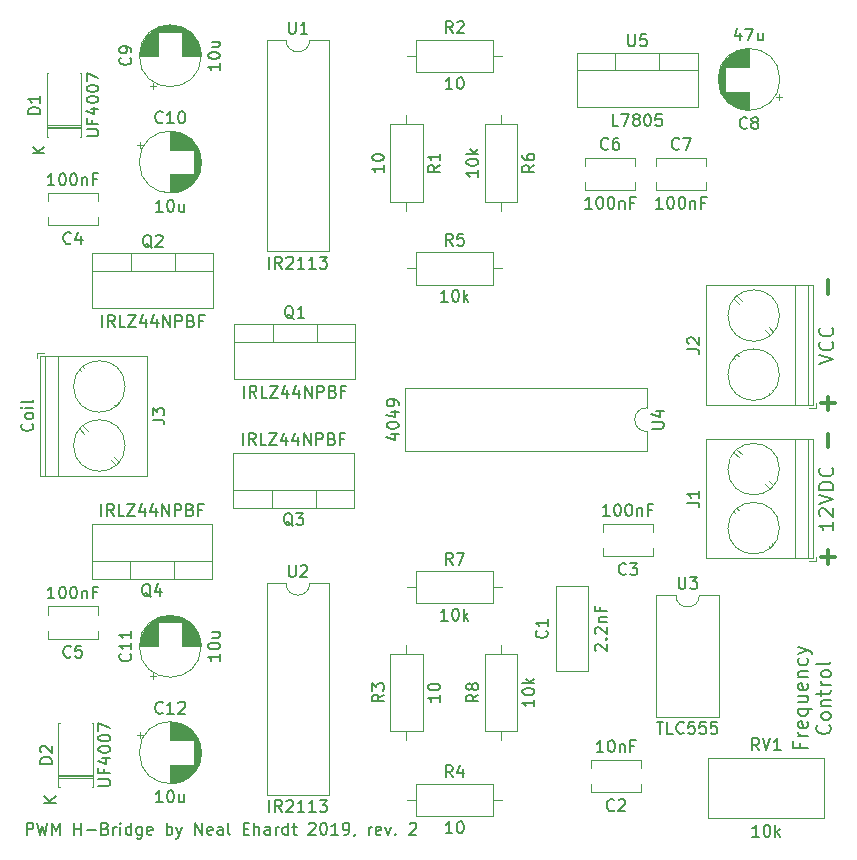
<source format=gto>
G04 #@! TF.GenerationSoftware,KiCad,Pcbnew,(5.1.2)-2*
G04 #@! TF.CreationDate,2019-09-19T14:38:40-05:00*
G04 #@! TF.ProjectId,PWM-H-Bridge,50574d2d-482d-4427-9269-6467652e6b69,rev?*
G04 #@! TF.SameCoordinates,Original*
G04 #@! TF.FileFunction,Legend,Top*
G04 #@! TF.FilePolarity,Positive*
%FSLAX46Y46*%
G04 Gerber Fmt 4.6, Leading zero omitted, Abs format (unit mm)*
G04 Created by KiCad (PCBNEW (5.1.2)-2) date 2019-09-19 14:38:40*
%MOMM*%
%LPD*%
G04 APERTURE LIST*
%ADD10C,0.300000*%
%ADD11C,0.150000*%
%ADD12C,0.120000*%
G04 APERTURE END LIST*
D10*
X109707142Y-85000000D02*
X109707142Y-83857142D01*
X110278571Y-84428571D02*
X109135714Y-84428571D01*
X109707142Y-75142857D02*
X109707142Y-74000000D01*
X109707142Y-98000000D02*
X109707142Y-96857142D01*
X110278571Y-97428571D02*
X109135714Y-97428571D01*
X109707142Y-88142857D02*
X109707142Y-87000000D01*
D11*
X107339285Y-113228571D02*
X107339285Y-113628571D01*
X107967857Y-113628571D02*
X106767857Y-113628571D01*
X106767857Y-113057142D01*
X107967857Y-112600000D02*
X107167857Y-112600000D01*
X107396428Y-112600000D02*
X107282142Y-112542857D01*
X107225000Y-112485714D01*
X107167857Y-112371428D01*
X107167857Y-112257142D01*
X107910714Y-111400000D02*
X107967857Y-111514285D01*
X107967857Y-111742857D01*
X107910714Y-111857142D01*
X107796428Y-111914285D01*
X107339285Y-111914285D01*
X107225000Y-111857142D01*
X107167857Y-111742857D01*
X107167857Y-111514285D01*
X107225000Y-111400000D01*
X107339285Y-111342857D01*
X107453571Y-111342857D01*
X107567857Y-111914285D01*
X107167857Y-110314285D02*
X108367857Y-110314285D01*
X107910714Y-110314285D02*
X107967857Y-110428571D01*
X107967857Y-110657142D01*
X107910714Y-110771428D01*
X107853571Y-110828571D01*
X107739285Y-110885714D01*
X107396428Y-110885714D01*
X107282142Y-110828571D01*
X107225000Y-110771428D01*
X107167857Y-110657142D01*
X107167857Y-110428571D01*
X107225000Y-110314285D01*
X107167857Y-109228571D02*
X107967857Y-109228571D01*
X107167857Y-109742857D02*
X107796428Y-109742857D01*
X107910714Y-109685714D01*
X107967857Y-109571428D01*
X107967857Y-109400000D01*
X107910714Y-109285714D01*
X107853571Y-109228571D01*
X107910714Y-108200000D02*
X107967857Y-108314285D01*
X107967857Y-108542857D01*
X107910714Y-108657142D01*
X107796428Y-108714285D01*
X107339285Y-108714285D01*
X107225000Y-108657142D01*
X107167857Y-108542857D01*
X107167857Y-108314285D01*
X107225000Y-108200000D01*
X107339285Y-108142857D01*
X107453571Y-108142857D01*
X107567857Y-108714285D01*
X107167857Y-107628571D02*
X107967857Y-107628571D01*
X107282142Y-107628571D02*
X107225000Y-107571428D01*
X107167857Y-107457142D01*
X107167857Y-107285714D01*
X107225000Y-107171428D01*
X107339285Y-107114285D01*
X107967857Y-107114285D01*
X107910714Y-106028571D02*
X107967857Y-106142857D01*
X107967857Y-106371428D01*
X107910714Y-106485714D01*
X107853571Y-106542857D01*
X107739285Y-106600000D01*
X107396428Y-106600000D01*
X107282142Y-106542857D01*
X107225000Y-106485714D01*
X107167857Y-106371428D01*
X107167857Y-106142857D01*
X107225000Y-106028571D01*
X107167857Y-105628571D02*
X107967857Y-105342857D01*
X107167857Y-105057142D02*
X107967857Y-105342857D01*
X108253571Y-105457142D01*
X108310714Y-105514285D01*
X108367857Y-105628571D01*
X109803571Y-111685714D02*
X109860714Y-111742857D01*
X109917857Y-111914285D01*
X109917857Y-112028571D01*
X109860714Y-112200000D01*
X109746428Y-112314285D01*
X109632142Y-112371428D01*
X109403571Y-112428571D01*
X109232142Y-112428571D01*
X109003571Y-112371428D01*
X108889285Y-112314285D01*
X108775000Y-112200000D01*
X108717857Y-112028571D01*
X108717857Y-111914285D01*
X108775000Y-111742857D01*
X108832142Y-111685714D01*
X109917857Y-111000000D02*
X109860714Y-111114285D01*
X109803571Y-111171428D01*
X109689285Y-111228571D01*
X109346428Y-111228571D01*
X109232142Y-111171428D01*
X109175000Y-111114285D01*
X109117857Y-111000000D01*
X109117857Y-110828571D01*
X109175000Y-110714285D01*
X109232142Y-110657142D01*
X109346428Y-110600000D01*
X109689285Y-110600000D01*
X109803571Y-110657142D01*
X109860714Y-110714285D01*
X109917857Y-110828571D01*
X109917857Y-111000000D01*
X109117857Y-110085714D02*
X109917857Y-110085714D01*
X109232142Y-110085714D02*
X109175000Y-110028571D01*
X109117857Y-109914285D01*
X109117857Y-109742857D01*
X109175000Y-109628571D01*
X109289285Y-109571428D01*
X109917857Y-109571428D01*
X109117857Y-109171428D02*
X109117857Y-108714285D01*
X108717857Y-109000000D02*
X109746428Y-109000000D01*
X109860714Y-108942857D01*
X109917857Y-108828571D01*
X109917857Y-108714285D01*
X109917857Y-108314285D02*
X109117857Y-108314285D01*
X109346428Y-108314285D02*
X109232142Y-108257142D01*
X109175000Y-108200000D01*
X109117857Y-108085714D01*
X109117857Y-107971428D01*
X109917857Y-107400000D02*
X109860714Y-107514285D01*
X109803571Y-107571428D01*
X109689285Y-107628571D01*
X109346428Y-107628571D01*
X109232142Y-107571428D01*
X109175000Y-107514285D01*
X109117857Y-107400000D01*
X109117857Y-107228571D01*
X109175000Y-107114285D01*
X109232142Y-107057142D01*
X109346428Y-107000000D01*
X109689285Y-107000000D01*
X109803571Y-107057142D01*
X109860714Y-107114285D01*
X109917857Y-107228571D01*
X109917857Y-107400000D01*
X109917857Y-106314285D02*
X109860714Y-106428571D01*
X109746428Y-106485714D01*
X108717857Y-106485714D01*
X41835595Y-120952380D02*
X41835595Y-119952380D01*
X42216547Y-119952380D01*
X42311785Y-120000000D01*
X42359404Y-120047619D01*
X42407023Y-120142857D01*
X42407023Y-120285714D01*
X42359404Y-120380952D01*
X42311785Y-120428571D01*
X42216547Y-120476190D01*
X41835595Y-120476190D01*
X42740357Y-119952380D02*
X42978452Y-120952380D01*
X43168928Y-120238095D01*
X43359404Y-120952380D01*
X43597500Y-119952380D01*
X43978452Y-120952380D02*
X43978452Y-119952380D01*
X44311785Y-120666666D01*
X44645119Y-119952380D01*
X44645119Y-120952380D01*
X45883214Y-120952380D02*
X45883214Y-119952380D01*
X45883214Y-120428571D02*
X46454642Y-120428571D01*
X46454642Y-120952380D02*
X46454642Y-119952380D01*
X46930833Y-120571428D02*
X47692738Y-120571428D01*
X48502261Y-120428571D02*
X48645119Y-120476190D01*
X48692738Y-120523809D01*
X48740357Y-120619047D01*
X48740357Y-120761904D01*
X48692738Y-120857142D01*
X48645119Y-120904761D01*
X48549880Y-120952380D01*
X48168928Y-120952380D01*
X48168928Y-119952380D01*
X48502261Y-119952380D01*
X48597500Y-120000000D01*
X48645119Y-120047619D01*
X48692738Y-120142857D01*
X48692738Y-120238095D01*
X48645119Y-120333333D01*
X48597500Y-120380952D01*
X48502261Y-120428571D01*
X48168928Y-120428571D01*
X49168928Y-120952380D02*
X49168928Y-120285714D01*
X49168928Y-120476190D02*
X49216547Y-120380952D01*
X49264166Y-120333333D01*
X49359404Y-120285714D01*
X49454642Y-120285714D01*
X49787976Y-120952380D02*
X49787976Y-120285714D01*
X49787976Y-119952380D02*
X49740357Y-120000000D01*
X49787976Y-120047619D01*
X49835595Y-120000000D01*
X49787976Y-119952380D01*
X49787976Y-120047619D01*
X50692738Y-120952380D02*
X50692738Y-119952380D01*
X50692738Y-120904761D02*
X50597500Y-120952380D01*
X50407023Y-120952380D01*
X50311785Y-120904761D01*
X50264166Y-120857142D01*
X50216547Y-120761904D01*
X50216547Y-120476190D01*
X50264166Y-120380952D01*
X50311785Y-120333333D01*
X50407023Y-120285714D01*
X50597500Y-120285714D01*
X50692738Y-120333333D01*
X51597500Y-120285714D02*
X51597500Y-121095238D01*
X51549880Y-121190476D01*
X51502261Y-121238095D01*
X51407023Y-121285714D01*
X51264166Y-121285714D01*
X51168928Y-121238095D01*
X51597500Y-120904761D02*
X51502261Y-120952380D01*
X51311785Y-120952380D01*
X51216547Y-120904761D01*
X51168928Y-120857142D01*
X51121309Y-120761904D01*
X51121309Y-120476190D01*
X51168928Y-120380952D01*
X51216547Y-120333333D01*
X51311785Y-120285714D01*
X51502261Y-120285714D01*
X51597500Y-120333333D01*
X52454642Y-120904761D02*
X52359404Y-120952380D01*
X52168928Y-120952380D01*
X52073690Y-120904761D01*
X52026071Y-120809523D01*
X52026071Y-120428571D01*
X52073690Y-120333333D01*
X52168928Y-120285714D01*
X52359404Y-120285714D01*
X52454642Y-120333333D01*
X52502261Y-120428571D01*
X52502261Y-120523809D01*
X52026071Y-120619047D01*
X53692738Y-120952380D02*
X53692738Y-119952380D01*
X53692738Y-120333333D02*
X53787976Y-120285714D01*
X53978452Y-120285714D01*
X54073690Y-120333333D01*
X54121309Y-120380952D01*
X54168928Y-120476190D01*
X54168928Y-120761904D01*
X54121309Y-120857142D01*
X54073690Y-120904761D01*
X53978452Y-120952380D01*
X53787976Y-120952380D01*
X53692738Y-120904761D01*
X54502261Y-120285714D02*
X54740357Y-120952380D01*
X54978452Y-120285714D02*
X54740357Y-120952380D01*
X54645119Y-121190476D01*
X54597500Y-121238095D01*
X54502261Y-121285714D01*
X56121309Y-120952380D02*
X56121309Y-119952380D01*
X56692738Y-120952380D01*
X56692738Y-119952380D01*
X57549880Y-120904761D02*
X57454642Y-120952380D01*
X57264166Y-120952380D01*
X57168928Y-120904761D01*
X57121309Y-120809523D01*
X57121309Y-120428571D01*
X57168928Y-120333333D01*
X57264166Y-120285714D01*
X57454642Y-120285714D01*
X57549880Y-120333333D01*
X57597500Y-120428571D01*
X57597500Y-120523809D01*
X57121309Y-120619047D01*
X58454642Y-120952380D02*
X58454642Y-120428571D01*
X58407023Y-120333333D01*
X58311785Y-120285714D01*
X58121309Y-120285714D01*
X58026071Y-120333333D01*
X58454642Y-120904761D02*
X58359404Y-120952380D01*
X58121309Y-120952380D01*
X58026071Y-120904761D01*
X57978452Y-120809523D01*
X57978452Y-120714285D01*
X58026071Y-120619047D01*
X58121309Y-120571428D01*
X58359404Y-120571428D01*
X58454642Y-120523809D01*
X59073690Y-120952380D02*
X58978452Y-120904761D01*
X58930833Y-120809523D01*
X58930833Y-119952380D01*
X60216547Y-120428571D02*
X60549880Y-120428571D01*
X60692738Y-120952380D02*
X60216547Y-120952380D01*
X60216547Y-119952380D01*
X60692738Y-119952380D01*
X61121309Y-120952380D02*
X61121309Y-119952380D01*
X61549880Y-120952380D02*
X61549880Y-120428571D01*
X61502261Y-120333333D01*
X61407023Y-120285714D01*
X61264166Y-120285714D01*
X61168928Y-120333333D01*
X61121309Y-120380952D01*
X62454642Y-120952380D02*
X62454642Y-120428571D01*
X62407023Y-120333333D01*
X62311785Y-120285714D01*
X62121309Y-120285714D01*
X62026071Y-120333333D01*
X62454642Y-120904761D02*
X62359404Y-120952380D01*
X62121309Y-120952380D01*
X62026071Y-120904761D01*
X61978452Y-120809523D01*
X61978452Y-120714285D01*
X62026071Y-120619047D01*
X62121309Y-120571428D01*
X62359404Y-120571428D01*
X62454642Y-120523809D01*
X62930833Y-120952380D02*
X62930833Y-120285714D01*
X62930833Y-120476190D02*
X62978452Y-120380952D01*
X63026071Y-120333333D01*
X63121309Y-120285714D01*
X63216547Y-120285714D01*
X63978452Y-120952380D02*
X63978452Y-119952380D01*
X63978452Y-120904761D02*
X63883214Y-120952380D01*
X63692738Y-120952380D01*
X63597499Y-120904761D01*
X63549880Y-120857142D01*
X63502261Y-120761904D01*
X63502261Y-120476190D01*
X63549880Y-120380952D01*
X63597499Y-120333333D01*
X63692738Y-120285714D01*
X63883214Y-120285714D01*
X63978452Y-120333333D01*
X64311785Y-120285714D02*
X64692738Y-120285714D01*
X64454642Y-119952380D02*
X64454642Y-120809523D01*
X64502261Y-120904761D01*
X64597499Y-120952380D01*
X64692738Y-120952380D01*
X65740357Y-120047619D02*
X65787976Y-120000000D01*
X65883214Y-119952380D01*
X66121309Y-119952380D01*
X66216547Y-120000000D01*
X66264166Y-120047619D01*
X66311785Y-120142857D01*
X66311785Y-120238095D01*
X66264166Y-120380952D01*
X65692738Y-120952380D01*
X66311785Y-120952380D01*
X66930833Y-119952380D02*
X67026071Y-119952380D01*
X67121309Y-120000000D01*
X67168928Y-120047619D01*
X67216547Y-120142857D01*
X67264166Y-120333333D01*
X67264166Y-120571428D01*
X67216547Y-120761904D01*
X67168928Y-120857142D01*
X67121309Y-120904761D01*
X67026071Y-120952380D01*
X66930833Y-120952380D01*
X66835595Y-120904761D01*
X66787976Y-120857142D01*
X66740357Y-120761904D01*
X66692738Y-120571428D01*
X66692738Y-120333333D01*
X66740357Y-120142857D01*
X66787976Y-120047619D01*
X66835595Y-120000000D01*
X66930833Y-119952380D01*
X68216547Y-120952380D02*
X67645119Y-120952380D01*
X67930833Y-120952380D02*
X67930833Y-119952380D01*
X67835595Y-120095238D01*
X67740357Y-120190476D01*
X67645119Y-120238095D01*
X68692738Y-120952380D02*
X68883214Y-120952380D01*
X68978452Y-120904761D01*
X69026071Y-120857142D01*
X69121309Y-120714285D01*
X69168928Y-120523809D01*
X69168928Y-120142857D01*
X69121309Y-120047619D01*
X69073690Y-120000000D01*
X68978452Y-119952380D01*
X68787976Y-119952380D01*
X68692738Y-120000000D01*
X68645119Y-120047619D01*
X68597499Y-120142857D01*
X68597499Y-120380952D01*
X68645119Y-120476190D01*
X68692738Y-120523809D01*
X68787976Y-120571428D01*
X68978452Y-120571428D01*
X69073690Y-120523809D01*
X69121309Y-120476190D01*
X69168928Y-120380952D01*
X69645119Y-120904761D02*
X69645119Y-120952380D01*
X69597499Y-121047619D01*
X69549880Y-121095238D01*
X70835595Y-120952380D02*
X70835595Y-120285714D01*
X70835595Y-120476190D02*
X70883214Y-120380952D01*
X70930833Y-120333333D01*
X71026071Y-120285714D01*
X71121309Y-120285714D01*
X71835595Y-120904761D02*
X71740357Y-120952380D01*
X71549880Y-120952380D01*
X71454642Y-120904761D01*
X71407023Y-120809523D01*
X71407023Y-120428571D01*
X71454642Y-120333333D01*
X71549880Y-120285714D01*
X71740357Y-120285714D01*
X71835595Y-120333333D01*
X71883214Y-120428571D01*
X71883214Y-120523809D01*
X71407023Y-120619047D01*
X72216547Y-120285714D02*
X72454642Y-120952380D01*
X72692738Y-120285714D01*
X73073690Y-120857142D02*
X73121309Y-120904761D01*
X73073690Y-120952380D01*
X73026071Y-120904761D01*
X73073690Y-120857142D01*
X73073690Y-120952380D01*
X74264166Y-120047619D02*
X74311785Y-120000000D01*
X74407023Y-119952380D01*
X74645119Y-119952380D01*
X74740357Y-120000000D01*
X74787976Y-120047619D01*
X74835595Y-120142857D01*
X74835595Y-120238095D01*
X74787976Y-120380952D01*
X74216547Y-120952380D01*
X74835595Y-120952380D01*
D12*
X105580000Y-95000000D02*
G75*
G03X105580000Y-95000000I-2180000J0D01*
G01*
X105580000Y-90000000D02*
G75*
G03X105580000Y-90000000I-2180000J0D01*
G01*
X108000000Y-97560000D02*
X108000000Y-87440000D01*
X106900000Y-97560000D02*
X106900000Y-87440000D01*
X99340000Y-97560000D02*
X99340000Y-87440000D01*
X108460000Y-97560000D02*
X108460000Y-87440000D01*
X99340000Y-97560000D02*
X108460000Y-97560000D01*
X99340000Y-87440000D02*
X108460000Y-87440000D01*
X102012000Y-93346000D02*
X102119000Y-93453000D01*
X104947000Y-96282000D02*
X105054000Y-96388000D01*
X101746000Y-93612000D02*
X101853000Y-93719000D01*
X104681000Y-96548000D02*
X104788000Y-96654000D01*
X102012000Y-88346000D02*
X102408000Y-88741000D01*
X104674000Y-91007000D02*
X105054000Y-91387000D01*
X101746000Y-88612000D02*
X102126000Y-88992000D01*
X104392000Y-91258000D02*
X104788000Y-91653000D01*
X108060000Y-97800000D02*
X108700000Y-97800000D01*
X108700000Y-97800000D02*
X108700000Y-97400000D01*
X108700000Y-84800000D02*
X108700000Y-84400000D01*
X108060000Y-84800000D02*
X108700000Y-84800000D01*
X104392000Y-78258000D02*
X104788000Y-78653000D01*
X101746000Y-75612000D02*
X102126000Y-75992000D01*
X104674000Y-78007000D02*
X105054000Y-78387000D01*
X102012000Y-75346000D02*
X102408000Y-75741000D01*
X104681000Y-83548000D02*
X104788000Y-83654000D01*
X101746000Y-80612000D02*
X101853000Y-80719000D01*
X104947000Y-83282000D02*
X105054000Y-83388000D01*
X102012000Y-80346000D02*
X102119000Y-80453000D01*
X99340000Y-74440000D02*
X108460000Y-74440000D01*
X99340000Y-84560000D02*
X108460000Y-84560000D01*
X108460000Y-84560000D02*
X108460000Y-74440000D01*
X99340000Y-84560000D02*
X99340000Y-74440000D01*
X106900000Y-84560000D02*
X106900000Y-74440000D01*
X108000000Y-84560000D02*
X108000000Y-74440000D01*
X105580000Y-77000000D02*
G75*
G03X105580000Y-77000000I-2180000J0D01*
G01*
X105580000Y-82000000D02*
G75*
G03X105580000Y-82000000I-2180000J0D01*
G01*
X86630000Y-107120000D02*
X86630000Y-99880000D01*
X89370000Y-107120000D02*
X89370000Y-99880000D01*
X86630000Y-107120000D02*
X89370000Y-107120000D01*
X86630000Y-99880000D02*
X89370000Y-99880000D01*
X89630000Y-115335000D02*
X89630000Y-114630000D01*
X89630000Y-117370000D02*
X89630000Y-116665000D01*
X93870000Y-115335000D02*
X93870000Y-114630000D01*
X93870000Y-117370000D02*
X93870000Y-116665000D01*
X93870000Y-114630000D02*
X89630000Y-114630000D01*
X93870000Y-117370000D02*
X89630000Y-117370000D01*
X94870000Y-97370000D02*
X90630000Y-97370000D01*
X94870000Y-94630000D02*
X90630000Y-94630000D01*
X94870000Y-97370000D02*
X94870000Y-96665000D01*
X94870000Y-95335000D02*
X94870000Y-94630000D01*
X90630000Y-97370000D02*
X90630000Y-96665000D01*
X90630000Y-95335000D02*
X90630000Y-94630000D01*
X43630000Y-67335000D02*
X43630000Y-66630000D01*
X43630000Y-69370000D02*
X43630000Y-68665000D01*
X47870000Y-67335000D02*
X47870000Y-66630000D01*
X47870000Y-69370000D02*
X47870000Y-68665000D01*
X47870000Y-66630000D02*
X43630000Y-66630000D01*
X47870000Y-69370000D02*
X43630000Y-69370000D01*
X47870000Y-104370000D02*
X43630000Y-104370000D01*
X47870000Y-101630000D02*
X43630000Y-101630000D01*
X47870000Y-104370000D02*
X47870000Y-103665000D01*
X47870000Y-102335000D02*
X47870000Y-101630000D01*
X43630000Y-104370000D02*
X43630000Y-103665000D01*
X43630000Y-102335000D02*
X43630000Y-101630000D01*
X93370000Y-65665000D02*
X93370000Y-66370000D01*
X93370000Y-63630000D02*
X93370000Y-64335000D01*
X89130000Y-65665000D02*
X89130000Y-66370000D01*
X89130000Y-63630000D02*
X89130000Y-64335000D01*
X89130000Y-66370000D02*
X93370000Y-66370000D01*
X89130000Y-63630000D02*
X93370000Y-63630000D01*
X95130000Y-63630000D02*
X99370000Y-63630000D01*
X95130000Y-66370000D02*
X99370000Y-66370000D01*
X95130000Y-63630000D02*
X95130000Y-64335000D01*
X95130000Y-65665000D02*
X95130000Y-66370000D01*
X99370000Y-63630000D02*
X99370000Y-64335000D01*
X99370000Y-65665000D02*
X99370000Y-66370000D01*
X105620000Y-57000000D02*
G75*
G03X105620000Y-57000000I-2620000J0D01*
G01*
X103000000Y-55960000D02*
X103000000Y-54420000D01*
X103000000Y-59580000D02*
X103000000Y-58040000D01*
X102960000Y-55960000D02*
X102960000Y-54420000D01*
X102960000Y-59580000D02*
X102960000Y-58040000D01*
X102920000Y-59579000D02*
X102920000Y-58040000D01*
X102920000Y-55960000D02*
X102920000Y-54421000D01*
X102880000Y-59578000D02*
X102880000Y-58040000D01*
X102880000Y-55960000D02*
X102880000Y-54422000D01*
X102840000Y-59576000D02*
X102840000Y-58040000D01*
X102840000Y-55960000D02*
X102840000Y-54424000D01*
X102800000Y-59573000D02*
X102800000Y-58040000D01*
X102800000Y-55960000D02*
X102800000Y-54427000D01*
X102760000Y-59569000D02*
X102760000Y-58040000D01*
X102760000Y-55960000D02*
X102760000Y-54431000D01*
X102720000Y-59565000D02*
X102720000Y-58040000D01*
X102720000Y-55960000D02*
X102720000Y-54435000D01*
X102680000Y-59561000D02*
X102680000Y-58040000D01*
X102680000Y-55960000D02*
X102680000Y-54439000D01*
X102640000Y-59556000D02*
X102640000Y-58040000D01*
X102640000Y-55960000D02*
X102640000Y-54444000D01*
X102600000Y-59550000D02*
X102600000Y-58040000D01*
X102600000Y-55960000D02*
X102600000Y-54450000D01*
X102560000Y-59543000D02*
X102560000Y-58040000D01*
X102560000Y-55960000D02*
X102560000Y-54457000D01*
X102520000Y-59536000D02*
X102520000Y-58040000D01*
X102520000Y-55960000D02*
X102520000Y-54464000D01*
X102480000Y-59528000D02*
X102480000Y-58040000D01*
X102480000Y-55960000D02*
X102480000Y-54472000D01*
X102440000Y-59520000D02*
X102440000Y-58040000D01*
X102440000Y-55960000D02*
X102440000Y-54480000D01*
X102400000Y-59511000D02*
X102400000Y-58040000D01*
X102400000Y-55960000D02*
X102400000Y-54489000D01*
X102360000Y-59501000D02*
X102360000Y-58040000D01*
X102360000Y-55960000D02*
X102360000Y-54499000D01*
X102320000Y-59491000D02*
X102320000Y-58040000D01*
X102320000Y-55960000D02*
X102320000Y-54509000D01*
X102279000Y-59480000D02*
X102279000Y-58040000D01*
X102279000Y-55960000D02*
X102279000Y-54520000D01*
X102239000Y-59468000D02*
X102239000Y-58040000D01*
X102239000Y-55960000D02*
X102239000Y-54532000D01*
X102199000Y-59455000D02*
X102199000Y-58040000D01*
X102199000Y-55960000D02*
X102199000Y-54545000D01*
X102159000Y-59442000D02*
X102159000Y-58040000D01*
X102159000Y-55960000D02*
X102159000Y-54558000D01*
X102119000Y-59428000D02*
X102119000Y-58040000D01*
X102119000Y-55960000D02*
X102119000Y-54572000D01*
X102079000Y-59414000D02*
X102079000Y-58040000D01*
X102079000Y-55960000D02*
X102079000Y-54586000D01*
X102039000Y-59398000D02*
X102039000Y-58040000D01*
X102039000Y-55960000D02*
X102039000Y-54602000D01*
X101999000Y-59382000D02*
X101999000Y-58040000D01*
X101999000Y-55960000D02*
X101999000Y-54618000D01*
X101959000Y-59365000D02*
X101959000Y-58040000D01*
X101959000Y-55960000D02*
X101959000Y-54635000D01*
X101919000Y-59348000D02*
X101919000Y-58040000D01*
X101919000Y-55960000D02*
X101919000Y-54652000D01*
X101879000Y-59329000D02*
X101879000Y-58040000D01*
X101879000Y-55960000D02*
X101879000Y-54671000D01*
X101839000Y-59310000D02*
X101839000Y-58040000D01*
X101839000Y-55960000D02*
X101839000Y-54690000D01*
X101799000Y-59290000D02*
X101799000Y-58040000D01*
X101799000Y-55960000D02*
X101799000Y-54710000D01*
X101759000Y-59268000D02*
X101759000Y-58040000D01*
X101759000Y-55960000D02*
X101759000Y-54732000D01*
X101719000Y-59247000D02*
X101719000Y-58040000D01*
X101719000Y-55960000D02*
X101719000Y-54753000D01*
X101679000Y-59224000D02*
X101679000Y-58040000D01*
X101679000Y-55960000D02*
X101679000Y-54776000D01*
X101639000Y-59200000D02*
X101639000Y-58040000D01*
X101639000Y-55960000D02*
X101639000Y-54800000D01*
X101599000Y-59175000D02*
X101599000Y-58040000D01*
X101599000Y-55960000D02*
X101599000Y-54825000D01*
X101559000Y-59149000D02*
X101559000Y-58040000D01*
X101559000Y-55960000D02*
X101559000Y-54851000D01*
X101519000Y-59122000D02*
X101519000Y-58040000D01*
X101519000Y-55960000D02*
X101519000Y-54878000D01*
X101479000Y-59095000D02*
X101479000Y-58040000D01*
X101479000Y-55960000D02*
X101479000Y-54905000D01*
X101439000Y-59065000D02*
X101439000Y-58040000D01*
X101439000Y-55960000D02*
X101439000Y-54935000D01*
X101399000Y-59035000D02*
X101399000Y-58040000D01*
X101399000Y-55960000D02*
X101399000Y-54965000D01*
X101359000Y-59004000D02*
X101359000Y-58040000D01*
X101359000Y-55960000D02*
X101359000Y-54996000D01*
X101319000Y-58971000D02*
X101319000Y-58040000D01*
X101319000Y-55960000D02*
X101319000Y-55029000D01*
X101279000Y-58937000D02*
X101279000Y-58040000D01*
X101279000Y-55960000D02*
X101279000Y-55063000D01*
X101239000Y-58901000D02*
X101239000Y-58040000D01*
X101239000Y-55960000D02*
X101239000Y-55099000D01*
X101199000Y-58864000D02*
X101199000Y-58040000D01*
X101199000Y-55960000D02*
X101199000Y-55136000D01*
X101159000Y-58826000D02*
X101159000Y-58040000D01*
X101159000Y-55960000D02*
X101159000Y-55174000D01*
X101119000Y-58785000D02*
X101119000Y-58040000D01*
X101119000Y-55960000D02*
X101119000Y-55215000D01*
X101079000Y-58743000D02*
X101079000Y-58040000D01*
X101079000Y-55960000D02*
X101079000Y-55257000D01*
X101039000Y-58699000D02*
X101039000Y-58040000D01*
X101039000Y-55960000D02*
X101039000Y-55301000D01*
X100999000Y-58653000D02*
X100999000Y-58040000D01*
X100999000Y-55960000D02*
X100999000Y-55347000D01*
X100959000Y-58605000D02*
X100959000Y-55395000D01*
X100919000Y-58554000D02*
X100919000Y-55446000D01*
X100879000Y-58500000D02*
X100879000Y-55500000D01*
X100839000Y-58443000D02*
X100839000Y-55557000D01*
X100799000Y-58383000D02*
X100799000Y-55617000D01*
X100759000Y-58319000D02*
X100759000Y-55681000D01*
X100719000Y-58251000D02*
X100719000Y-55749000D01*
X100679000Y-58178000D02*
X100679000Y-55822000D01*
X100639000Y-58098000D02*
X100639000Y-55902000D01*
X100599000Y-58011000D02*
X100599000Y-55989000D01*
X100559000Y-57915000D02*
X100559000Y-56085000D01*
X100519000Y-57805000D02*
X100519000Y-56195000D01*
X100479000Y-57677000D02*
X100479000Y-56323000D01*
X100439000Y-57518000D02*
X100439000Y-56482000D01*
X100399000Y-57284000D02*
X100399000Y-56716000D01*
X105804775Y-58475000D02*
X105304775Y-58475000D01*
X105554775Y-58725000D02*
X105554775Y-58225000D01*
X52275000Y-57554775D02*
X52775000Y-57554775D01*
X52525000Y-57804775D02*
X52525000Y-57304775D01*
X53716000Y-52399000D02*
X54284000Y-52399000D01*
X53482000Y-52439000D02*
X54518000Y-52439000D01*
X53323000Y-52479000D02*
X54677000Y-52479000D01*
X53195000Y-52519000D02*
X54805000Y-52519000D01*
X53085000Y-52559000D02*
X54915000Y-52559000D01*
X52989000Y-52599000D02*
X55011000Y-52599000D01*
X52902000Y-52639000D02*
X55098000Y-52639000D01*
X52822000Y-52679000D02*
X55178000Y-52679000D01*
X52749000Y-52719000D02*
X55251000Y-52719000D01*
X52681000Y-52759000D02*
X55319000Y-52759000D01*
X52617000Y-52799000D02*
X55383000Y-52799000D01*
X52557000Y-52839000D02*
X55443000Y-52839000D01*
X52500000Y-52879000D02*
X55500000Y-52879000D01*
X52446000Y-52919000D02*
X55554000Y-52919000D01*
X52395000Y-52959000D02*
X55605000Y-52959000D01*
X55040000Y-52999000D02*
X55653000Y-52999000D01*
X52347000Y-52999000D02*
X52960000Y-52999000D01*
X55040000Y-53039000D02*
X55699000Y-53039000D01*
X52301000Y-53039000D02*
X52960000Y-53039000D01*
X55040000Y-53079000D02*
X55743000Y-53079000D01*
X52257000Y-53079000D02*
X52960000Y-53079000D01*
X55040000Y-53119000D02*
X55785000Y-53119000D01*
X52215000Y-53119000D02*
X52960000Y-53119000D01*
X55040000Y-53159000D02*
X55826000Y-53159000D01*
X52174000Y-53159000D02*
X52960000Y-53159000D01*
X55040000Y-53199000D02*
X55864000Y-53199000D01*
X52136000Y-53199000D02*
X52960000Y-53199000D01*
X55040000Y-53239000D02*
X55901000Y-53239000D01*
X52099000Y-53239000D02*
X52960000Y-53239000D01*
X55040000Y-53279000D02*
X55937000Y-53279000D01*
X52063000Y-53279000D02*
X52960000Y-53279000D01*
X55040000Y-53319000D02*
X55971000Y-53319000D01*
X52029000Y-53319000D02*
X52960000Y-53319000D01*
X55040000Y-53359000D02*
X56004000Y-53359000D01*
X51996000Y-53359000D02*
X52960000Y-53359000D01*
X55040000Y-53399000D02*
X56035000Y-53399000D01*
X51965000Y-53399000D02*
X52960000Y-53399000D01*
X55040000Y-53439000D02*
X56065000Y-53439000D01*
X51935000Y-53439000D02*
X52960000Y-53439000D01*
X55040000Y-53479000D02*
X56095000Y-53479000D01*
X51905000Y-53479000D02*
X52960000Y-53479000D01*
X55040000Y-53519000D02*
X56122000Y-53519000D01*
X51878000Y-53519000D02*
X52960000Y-53519000D01*
X55040000Y-53559000D02*
X56149000Y-53559000D01*
X51851000Y-53559000D02*
X52960000Y-53559000D01*
X55040000Y-53599000D02*
X56175000Y-53599000D01*
X51825000Y-53599000D02*
X52960000Y-53599000D01*
X55040000Y-53639000D02*
X56200000Y-53639000D01*
X51800000Y-53639000D02*
X52960000Y-53639000D01*
X55040000Y-53679000D02*
X56224000Y-53679000D01*
X51776000Y-53679000D02*
X52960000Y-53679000D01*
X55040000Y-53719000D02*
X56247000Y-53719000D01*
X51753000Y-53719000D02*
X52960000Y-53719000D01*
X55040000Y-53759000D02*
X56268000Y-53759000D01*
X51732000Y-53759000D02*
X52960000Y-53759000D01*
X55040000Y-53799000D02*
X56290000Y-53799000D01*
X51710000Y-53799000D02*
X52960000Y-53799000D01*
X55040000Y-53839000D02*
X56310000Y-53839000D01*
X51690000Y-53839000D02*
X52960000Y-53839000D01*
X55040000Y-53879000D02*
X56329000Y-53879000D01*
X51671000Y-53879000D02*
X52960000Y-53879000D01*
X55040000Y-53919000D02*
X56348000Y-53919000D01*
X51652000Y-53919000D02*
X52960000Y-53919000D01*
X55040000Y-53959000D02*
X56365000Y-53959000D01*
X51635000Y-53959000D02*
X52960000Y-53959000D01*
X55040000Y-53999000D02*
X56382000Y-53999000D01*
X51618000Y-53999000D02*
X52960000Y-53999000D01*
X55040000Y-54039000D02*
X56398000Y-54039000D01*
X51602000Y-54039000D02*
X52960000Y-54039000D01*
X55040000Y-54079000D02*
X56414000Y-54079000D01*
X51586000Y-54079000D02*
X52960000Y-54079000D01*
X55040000Y-54119000D02*
X56428000Y-54119000D01*
X51572000Y-54119000D02*
X52960000Y-54119000D01*
X55040000Y-54159000D02*
X56442000Y-54159000D01*
X51558000Y-54159000D02*
X52960000Y-54159000D01*
X55040000Y-54199000D02*
X56455000Y-54199000D01*
X51545000Y-54199000D02*
X52960000Y-54199000D01*
X55040000Y-54239000D02*
X56468000Y-54239000D01*
X51532000Y-54239000D02*
X52960000Y-54239000D01*
X55040000Y-54279000D02*
X56480000Y-54279000D01*
X51520000Y-54279000D02*
X52960000Y-54279000D01*
X55040000Y-54320000D02*
X56491000Y-54320000D01*
X51509000Y-54320000D02*
X52960000Y-54320000D01*
X55040000Y-54360000D02*
X56501000Y-54360000D01*
X51499000Y-54360000D02*
X52960000Y-54360000D01*
X55040000Y-54400000D02*
X56511000Y-54400000D01*
X51489000Y-54400000D02*
X52960000Y-54400000D01*
X55040000Y-54440000D02*
X56520000Y-54440000D01*
X51480000Y-54440000D02*
X52960000Y-54440000D01*
X55040000Y-54480000D02*
X56528000Y-54480000D01*
X51472000Y-54480000D02*
X52960000Y-54480000D01*
X55040000Y-54520000D02*
X56536000Y-54520000D01*
X51464000Y-54520000D02*
X52960000Y-54520000D01*
X55040000Y-54560000D02*
X56543000Y-54560000D01*
X51457000Y-54560000D02*
X52960000Y-54560000D01*
X55040000Y-54600000D02*
X56550000Y-54600000D01*
X51450000Y-54600000D02*
X52960000Y-54600000D01*
X55040000Y-54640000D02*
X56556000Y-54640000D01*
X51444000Y-54640000D02*
X52960000Y-54640000D01*
X55040000Y-54680000D02*
X56561000Y-54680000D01*
X51439000Y-54680000D02*
X52960000Y-54680000D01*
X55040000Y-54720000D02*
X56565000Y-54720000D01*
X51435000Y-54720000D02*
X52960000Y-54720000D01*
X55040000Y-54760000D02*
X56569000Y-54760000D01*
X51431000Y-54760000D02*
X52960000Y-54760000D01*
X55040000Y-54800000D02*
X56573000Y-54800000D01*
X51427000Y-54800000D02*
X52960000Y-54800000D01*
X55040000Y-54840000D02*
X56576000Y-54840000D01*
X51424000Y-54840000D02*
X52960000Y-54840000D01*
X55040000Y-54880000D02*
X56578000Y-54880000D01*
X51422000Y-54880000D02*
X52960000Y-54880000D01*
X55040000Y-54920000D02*
X56579000Y-54920000D01*
X51421000Y-54920000D02*
X52960000Y-54920000D01*
X51420000Y-54960000D02*
X52960000Y-54960000D01*
X55040000Y-54960000D02*
X56580000Y-54960000D01*
X51420000Y-55000000D02*
X52960000Y-55000000D01*
X55040000Y-55000000D02*
X56580000Y-55000000D01*
X56620000Y-55000000D02*
G75*
G03X56620000Y-55000000I-2620000J0D01*
G01*
X51445225Y-62275000D02*
X51445225Y-62775000D01*
X51195225Y-62525000D02*
X51695225Y-62525000D01*
X56601000Y-63716000D02*
X56601000Y-64284000D01*
X56561000Y-63482000D02*
X56561000Y-64518000D01*
X56521000Y-63323000D02*
X56521000Y-64677000D01*
X56481000Y-63195000D02*
X56481000Y-64805000D01*
X56441000Y-63085000D02*
X56441000Y-64915000D01*
X56401000Y-62989000D02*
X56401000Y-65011000D01*
X56361000Y-62902000D02*
X56361000Y-65098000D01*
X56321000Y-62822000D02*
X56321000Y-65178000D01*
X56281000Y-62749000D02*
X56281000Y-65251000D01*
X56241000Y-62681000D02*
X56241000Y-65319000D01*
X56201000Y-62617000D02*
X56201000Y-65383000D01*
X56161000Y-62557000D02*
X56161000Y-65443000D01*
X56121000Y-62500000D02*
X56121000Y-65500000D01*
X56081000Y-62446000D02*
X56081000Y-65554000D01*
X56041000Y-62395000D02*
X56041000Y-65605000D01*
X56001000Y-65040000D02*
X56001000Y-65653000D01*
X56001000Y-62347000D02*
X56001000Y-62960000D01*
X55961000Y-65040000D02*
X55961000Y-65699000D01*
X55961000Y-62301000D02*
X55961000Y-62960000D01*
X55921000Y-65040000D02*
X55921000Y-65743000D01*
X55921000Y-62257000D02*
X55921000Y-62960000D01*
X55881000Y-65040000D02*
X55881000Y-65785000D01*
X55881000Y-62215000D02*
X55881000Y-62960000D01*
X55841000Y-65040000D02*
X55841000Y-65826000D01*
X55841000Y-62174000D02*
X55841000Y-62960000D01*
X55801000Y-65040000D02*
X55801000Y-65864000D01*
X55801000Y-62136000D02*
X55801000Y-62960000D01*
X55761000Y-65040000D02*
X55761000Y-65901000D01*
X55761000Y-62099000D02*
X55761000Y-62960000D01*
X55721000Y-65040000D02*
X55721000Y-65937000D01*
X55721000Y-62063000D02*
X55721000Y-62960000D01*
X55681000Y-65040000D02*
X55681000Y-65971000D01*
X55681000Y-62029000D02*
X55681000Y-62960000D01*
X55641000Y-65040000D02*
X55641000Y-66004000D01*
X55641000Y-61996000D02*
X55641000Y-62960000D01*
X55601000Y-65040000D02*
X55601000Y-66035000D01*
X55601000Y-61965000D02*
X55601000Y-62960000D01*
X55561000Y-65040000D02*
X55561000Y-66065000D01*
X55561000Y-61935000D02*
X55561000Y-62960000D01*
X55521000Y-65040000D02*
X55521000Y-66095000D01*
X55521000Y-61905000D02*
X55521000Y-62960000D01*
X55481000Y-65040000D02*
X55481000Y-66122000D01*
X55481000Y-61878000D02*
X55481000Y-62960000D01*
X55441000Y-65040000D02*
X55441000Y-66149000D01*
X55441000Y-61851000D02*
X55441000Y-62960000D01*
X55401000Y-65040000D02*
X55401000Y-66175000D01*
X55401000Y-61825000D02*
X55401000Y-62960000D01*
X55361000Y-65040000D02*
X55361000Y-66200000D01*
X55361000Y-61800000D02*
X55361000Y-62960000D01*
X55321000Y-65040000D02*
X55321000Y-66224000D01*
X55321000Y-61776000D02*
X55321000Y-62960000D01*
X55281000Y-65040000D02*
X55281000Y-66247000D01*
X55281000Y-61753000D02*
X55281000Y-62960000D01*
X55241000Y-65040000D02*
X55241000Y-66268000D01*
X55241000Y-61732000D02*
X55241000Y-62960000D01*
X55201000Y-65040000D02*
X55201000Y-66290000D01*
X55201000Y-61710000D02*
X55201000Y-62960000D01*
X55161000Y-65040000D02*
X55161000Y-66310000D01*
X55161000Y-61690000D02*
X55161000Y-62960000D01*
X55121000Y-65040000D02*
X55121000Y-66329000D01*
X55121000Y-61671000D02*
X55121000Y-62960000D01*
X55081000Y-65040000D02*
X55081000Y-66348000D01*
X55081000Y-61652000D02*
X55081000Y-62960000D01*
X55041000Y-65040000D02*
X55041000Y-66365000D01*
X55041000Y-61635000D02*
X55041000Y-62960000D01*
X55001000Y-65040000D02*
X55001000Y-66382000D01*
X55001000Y-61618000D02*
X55001000Y-62960000D01*
X54961000Y-65040000D02*
X54961000Y-66398000D01*
X54961000Y-61602000D02*
X54961000Y-62960000D01*
X54921000Y-65040000D02*
X54921000Y-66414000D01*
X54921000Y-61586000D02*
X54921000Y-62960000D01*
X54881000Y-65040000D02*
X54881000Y-66428000D01*
X54881000Y-61572000D02*
X54881000Y-62960000D01*
X54841000Y-65040000D02*
X54841000Y-66442000D01*
X54841000Y-61558000D02*
X54841000Y-62960000D01*
X54801000Y-65040000D02*
X54801000Y-66455000D01*
X54801000Y-61545000D02*
X54801000Y-62960000D01*
X54761000Y-65040000D02*
X54761000Y-66468000D01*
X54761000Y-61532000D02*
X54761000Y-62960000D01*
X54721000Y-65040000D02*
X54721000Y-66480000D01*
X54721000Y-61520000D02*
X54721000Y-62960000D01*
X54680000Y-65040000D02*
X54680000Y-66491000D01*
X54680000Y-61509000D02*
X54680000Y-62960000D01*
X54640000Y-65040000D02*
X54640000Y-66501000D01*
X54640000Y-61499000D02*
X54640000Y-62960000D01*
X54600000Y-65040000D02*
X54600000Y-66511000D01*
X54600000Y-61489000D02*
X54600000Y-62960000D01*
X54560000Y-65040000D02*
X54560000Y-66520000D01*
X54560000Y-61480000D02*
X54560000Y-62960000D01*
X54520000Y-65040000D02*
X54520000Y-66528000D01*
X54520000Y-61472000D02*
X54520000Y-62960000D01*
X54480000Y-65040000D02*
X54480000Y-66536000D01*
X54480000Y-61464000D02*
X54480000Y-62960000D01*
X54440000Y-65040000D02*
X54440000Y-66543000D01*
X54440000Y-61457000D02*
X54440000Y-62960000D01*
X54400000Y-65040000D02*
X54400000Y-66550000D01*
X54400000Y-61450000D02*
X54400000Y-62960000D01*
X54360000Y-65040000D02*
X54360000Y-66556000D01*
X54360000Y-61444000D02*
X54360000Y-62960000D01*
X54320000Y-65040000D02*
X54320000Y-66561000D01*
X54320000Y-61439000D02*
X54320000Y-62960000D01*
X54280000Y-65040000D02*
X54280000Y-66565000D01*
X54280000Y-61435000D02*
X54280000Y-62960000D01*
X54240000Y-65040000D02*
X54240000Y-66569000D01*
X54240000Y-61431000D02*
X54240000Y-62960000D01*
X54200000Y-65040000D02*
X54200000Y-66573000D01*
X54200000Y-61427000D02*
X54200000Y-62960000D01*
X54160000Y-65040000D02*
X54160000Y-66576000D01*
X54160000Y-61424000D02*
X54160000Y-62960000D01*
X54120000Y-65040000D02*
X54120000Y-66578000D01*
X54120000Y-61422000D02*
X54120000Y-62960000D01*
X54080000Y-65040000D02*
X54080000Y-66579000D01*
X54080000Y-61421000D02*
X54080000Y-62960000D01*
X54040000Y-61420000D02*
X54040000Y-62960000D01*
X54040000Y-65040000D02*
X54040000Y-66580000D01*
X54000000Y-61420000D02*
X54000000Y-62960000D01*
X54000000Y-65040000D02*
X54000000Y-66580000D01*
X56620000Y-64000000D02*
G75*
G03X56620000Y-64000000I-2620000J0D01*
G01*
X56620000Y-105000000D02*
G75*
G03X56620000Y-105000000I-2620000J0D01*
G01*
X55040000Y-105000000D02*
X56580000Y-105000000D01*
X51420000Y-105000000D02*
X52960000Y-105000000D01*
X55040000Y-104960000D02*
X56580000Y-104960000D01*
X51420000Y-104960000D02*
X52960000Y-104960000D01*
X51421000Y-104920000D02*
X52960000Y-104920000D01*
X55040000Y-104920000D02*
X56579000Y-104920000D01*
X51422000Y-104880000D02*
X52960000Y-104880000D01*
X55040000Y-104880000D02*
X56578000Y-104880000D01*
X51424000Y-104840000D02*
X52960000Y-104840000D01*
X55040000Y-104840000D02*
X56576000Y-104840000D01*
X51427000Y-104800000D02*
X52960000Y-104800000D01*
X55040000Y-104800000D02*
X56573000Y-104800000D01*
X51431000Y-104760000D02*
X52960000Y-104760000D01*
X55040000Y-104760000D02*
X56569000Y-104760000D01*
X51435000Y-104720000D02*
X52960000Y-104720000D01*
X55040000Y-104720000D02*
X56565000Y-104720000D01*
X51439000Y-104680000D02*
X52960000Y-104680000D01*
X55040000Y-104680000D02*
X56561000Y-104680000D01*
X51444000Y-104640000D02*
X52960000Y-104640000D01*
X55040000Y-104640000D02*
X56556000Y-104640000D01*
X51450000Y-104600000D02*
X52960000Y-104600000D01*
X55040000Y-104600000D02*
X56550000Y-104600000D01*
X51457000Y-104560000D02*
X52960000Y-104560000D01*
X55040000Y-104560000D02*
X56543000Y-104560000D01*
X51464000Y-104520000D02*
X52960000Y-104520000D01*
X55040000Y-104520000D02*
X56536000Y-104520000D01*
X51472000Y-104480000D02*
X52960000Y-104480000D01*
X55040000Y-104480000D02*
X56528000Y-104480000D01*
X51480000Y-104440000D02*
X52960000Y-104440000D01*
X55040000Y-104440000D02*
X56520000Y-104440000D01*
X51489000Y-104400000D02*
X52960000Y-104400000D01*
X55040000Y-104400000D02*
X56511000Y-104400000D01*
X51499000Y-104360000D02*
X52960000Y-104360000D01*
X55040000Y-104360000D02*
X56501000Y-104360000D01*
X51509000Y-104320000D02*
X52960000Y-104320000D01*
X55040000Y-104320000D02*
X56491000Y-104320000D01*
X51520000Y-104279000D02*
X52960000Y-104279000D01*
X55040000Y-104279000D02*
X56480000Y-104279000D01*
X51532000Y-104239000D02*
X52960000Y-104239000D01*
X55040000Y-104239000D02*
X56468000Y-104239000D01*
X51545000Y-104199000D02*
X52960000Y-104199000D01*
X55040000Y-104199000D02*
X56455000Y-104199000D01*
X51558000Y-104159000D02*
X52960000Y-104159000D01*
X55040000Y-104159000D02*
X56442000Y-104159000D01*
X51572000Y-104119000D02*
X52960000Y-104119000D01*
X55040000Y-104119000D02*
X56428000Y-104119000D01*
X51586000Y-104079000D02*
X52960000Y-104079000D01*
X55040000Y-104079000D02*
X56414000Y-104079000D01*
X51602000Y-104039000D02*
X52960000Y-104039000D01*
X55040000Y-104039000D02*
X56398000Y-104039000D01*
X51618000Y-103999000D02*
X52960000Y-103999000D01*
X55040000Y-103999000D02*
X56382000Y-103999000D01*
X51635000Y-103959000D02*
X52960000Y-103959000D01*
X55040000Y-103959000D02*
X56365000Y-103959000D01*
X51652000Y-103919000D02*
X52960000Y-103919000D01*
X55040000Y-103919000D02*
X56348000Y-103919000D01*
X51671000Y-103879000D02*
X52960000Y-103879000D01*
X55040000Y-103879000D02*
X56329000Y-103879000D01*
X51690000Y-103839000D02*
X52960000Y-103839000D01*
X55040000Y-103839000D02*
X56310000Y-103839000D01*
X51710000Y-103799000D02*
X52960000Y-103799000D01*
X55040000Y-103799000D02*
X56290000Y-103799000D01*
X51732000Y-103759000D02*
X52960000Y-103759000D01*
X55040000Y-103759000D02*
X56268000Y-103759000D01*
X51753000Y-103719000D02*
X52960000Y-103719000D01*
X55040000Y-103719000D02*
X56247000Y-103719000D01*
X51776000Y-103679000D02*
X52960000Y-103679000D01*
X55040000Y-103679000D02*
X56224000Y-103679000D01*
X51800000Y-103639000D02*
X52960000Y-103639000D01*
X55040000Y-103639000D02*
X56200000Y-103639000D01*
X51825000Y-103599000D02*
X52960000Y-103599000D01*
X55040000Y-103599000D02*
X56175000Y-103599000D01*
X51851000Y-103559000D02*
X52960000Y-103559000D01*
X55040000Y-103559000D02*
X56149000Y-103559000D01*
X51878000Y-103519000D02*
X52960000Y-103519000D01*
X55040000Y-103519000D02*
X56122000Y-103519000D01*
X51905000Y-103479000D02*
X52960000Y-103479000D01*
X55040000Y-103479000D02*
X56095000Y-103479000D01*
X51935000Y-103439000D02*
X52960000Y-103439000D01*
X55040000Y-103439000D02*
X56065000Y-103439000D01*
X51965000Y-103399000D02*
X52960000Y-103399000D01*
X55040000Y-103399000D02*
X56035000Y-103399000D01*
X51996000Y-103359000D02*
X52960000Y-103359000D01*
X55040000Y-103359000D02*
X56004000Y-103359000D01*
X52029000Y-103319000D02*
X52960000Y-103319000D01*
X55040000Y-103319000D02*
X55971000Y-103319000D01*
X52063000Y-103279000D02*
X52960000Y-103279000D01*
X55040000Y-103279000D02*
X55937000Y-103279000D01*
X52099000Y-103239000D02*
X52960000Y-103239000D01*
X55040000Y-103239000D02*
X55901000Y-103239000D01*
X52136000Y-103199000D02*
X52960000Y-103199000D01*
X55040000Y-103199000D02*
X55864000Y-103199000D01*
X52174000Y-103159000D02*
X52960000Y-103159000D01*
X55040000Y-103159000D02*
X55826000Y-103159000D01*
X52215000Y-103119000D02*
X52960000Y-103119000D01*
X55040000Y-103119000D02*
X55785000Y-103119000D01*
X52257000Y-103079000D02*
X52960000Y-103079000D01*
X55040000Y-103079000D02*
X55743000Y-103079000D01*
X52301000Y-103039000D02*
X52960000Y-103039000D01*
X55040000Y-103039000D02*
X55699000Y-103039000D01*
X52347000Y-102999000D02*
X52960000Y-102999000D01*
X55040000Y-102999000D02*
X55653000Y-102999000D01*
X52395000Y-102959000D02*
X55605000Y-102959000D01*
X52446000Y-102919000D02*
X55554000Y-102919000D01*
X52500000Y-102879000D02*
X55500000Y-102879000D01*
X52557000Y-102839000D02*
X55443000Y-102839000D01*
X52617000Y-102799000D02*
X55383000Y-102799000D01*
X52681000Y-102759000D02*
X55319000Y-102759000D01*
X52749000Y-102719000D02*
X55251000Y-102719000D01*
X52822000Y-102679000D02*
X55178000Y-102679000D01*
X52902000Y-102639000D02*
X55098000Y-102639000D01*
X52989000Y-102599000D02*
X55011000Y-102599000D01*
X53085000Y-102559000D02*
X54915000Y-102559000D01*
X53195000Y-102519000D02*
X54805000Y-102519000D01*
X53323000Y-102479000D02*
X54677000Y-102479000D01*
X53482000Y-102439000D02*
X54518000Y-102439000D01*
X53716000Y-102399000D02*
X54284000Y-102399000D01*
X52525000Y-107804775D02*
X52525000Y-107304775D01*
X52275000Y-107554775D02*
X52775000Y-107554775D01*
X56620000Y-114000000D02*
G75*
G03X56620000Y-114000000I-2620000J0D01*
G01*
X54000000Y-115040000D02*
X54000000Y-116580000D01*
X54000000Y-111420000D02*
X54000000Y-112960000D01*
X54040000Y-115040000D02*
X54040000Y-116580000D01*
X54040000Y-111420000D02*
X54040000Y-112960000D01*
X54080000Y-111421000D02*
X54080000Y-112960000D01*
X54080000Y-115040000D02*
X54080000Y-116579000D01*
X54120000Y-111422000D02*
X54120000Y-112960000D01*
X54120000Y-115040000D02*
X54120000Y-116578000D01*
X54160000Y-111424000D02*
X54160000Y-112960000D01*
X54160000Y-115040000D02*
X54160000Y-116576000D01*
X54200000Y-111427000D02*
X54200000Y-112960000D01*
X54200000Y-115040000D02*
X54200000Y-116573000D01*
X54240000Y-111431000D02*
X54240000Y-112960000D01*
X54240000Y-115040000D02*
X54240000Y-116569000D01*
X54280000Y-111435000D02*
X54280000Y-112960000D01*
X54280000Y-115040000D02*
X54280000Y-116565000D01*
X54320000Y-111439000D02*
X54320000Y-112960000D01*
X54320000Y-115040000D02*
X54320000Y-116561000D01*
X54360000Y-111444000D02*
X54360000Y-112960000D01*
X54360000Y-115040000D02*
X54360000Y-116556000D01*
X54400000Y-111450000D02*
X54400000Y-112960000D01*
X54400000Y-115040000D02*
X54400000Y-116550000D01*
X54440000Y-111457000D02*
X54440000Y-112960000D01*
X54440000Y-115040000D02*
X54440000Y-116543000D01*
X54480000Y-111464000D02*
X54480000Y-112960000D01*
X54480000Y-115040000D02*
X54480000Y-116536000D01*
X54520000Y-111472000D02*
X54520000Y-112960000D01*
X54520000Y-115040000D02*
X54520000Y-116528000D01*
X54560000Y-111480000D02*
X54560000Y-112960000D01*
X54560000Y-115040000D02*
X54560000Y-116520000D01*
X54600000Y-111489000D02*
X54600000Y-112960000D01*
X54600000Y-115040000D02*
X54600000Y-116511000D01*
X54640000Y-111499000D02*
X54640000Y-112960000D01*
X54640000Y-115040000D02*
X54640000Y-116501000D01*
X54680000Y-111509000D02*
X54680000Y-112960000D01*
X54680000Y-115040000D02*
X54680000Y-116491000D01*
X54721000Y-111520000D02*
X54721000Y-112960000D01*
X54721000Y-115040000D02*
X54721000Y-116480000D01*
X54761000Y-111532000D02*
X54761000Y-112960000D01*
X54761000Y-115040000D02*
X54761000Y-116468000D01*
X54801000Y-111545000D02*
X54801000Y-112960000D01*
X54801000Y-115040000D02*
X54801000Y-116455000D01*
X54841000Y-111558000D02*
X54841000Y-112960000D01*
X54841000Y-115040000D02*
X54841000Y-116442000D01*
X54881000Y-111572000D02*
X54881000Y-112960000D01*
X54881000Y-115040000D02*
X54881000Y-116428000D01*
X54921000Y-111586000D02*
X54921000Y-112960000D01*
X54921000Y-115040000D02*
X54921000Y-116414000D01*
X54961000Y-111602000D02*
X54961000Y-112960000D01*
X54961000Y-115040000D02*
X54961000Y-116398000D01*
X55001000Y-111618000D02*
X55001000Y-112960000D01*
X55001000Y-115040000D02*
X55001000Y-116382000D01*
X55041000Y-111635000D02*
X55041000Y-112960000D01*
X55041000Y-115040000D02*
X55041000Y-116365000D01*
X55081000Y-111652000D02*
X55081000Y-112960000D01*
X55081000Y-115040000D02*
X55081000Y-116348000D01*
X55121000Y-111671000D02*
X55121000Y-112960000D01*
X55121000Y-115040000D02*
X55121000Y-116329000D01*
X55161000Y-111690000D02*
X55161000Y-112960000D01*
X55161000Y-115040000D02*
X55161000Y-116310000D01*
X55201000Y-111710000D02*
X55201000Y-112960000D01*
X55201000Y-115040000D02*
X55201000Y-116290000D01*
X55241000Y-111732000D02*
X55241000Y-112960000D01*
X55241000Y-115040000D02*
X55241000Y-116268000D01*
X55281000Y-111753000D02*
X55281000Y-112960000D01*
X55281000Y-115040000D02*
X55281000Y-116247000D01*
X55321000Y-111776000D02*
X55321000Y-112960000D01*
X55321000Y-115040000D02*
X55321000Y-116224000D01*
X55361000Y-111800000D02*
X55361000Y-112960000D01*
X55361000Y-115040000D02*
X55361000Y-116200000D01*
X55401000Y-111825000D02*
X55401000Y-112960000D01*
X55401000Y-115040000D02*
X55401000Y-116175000D01*
X55441000Y-111851000D02*
X55441000Y-112960000D01*
X55441000Y-115040000D02*
X55441000Y-116149000D01*
X55481000Y-111878000D02*
X55481000Y-112960000D01*
X55481000Y-115040000D02*
X55481000Y-116122000D01*
X55521000Y-111905000D02*
X55521000Y-112960000D01*
X55521000Y-115040000D02*
X55521000Y-116095000D01*
X55561000Y-111935000D02*
X55561000Y-112960000D01*
X55561000Y-115040000D02*
X55561000Y-116065000D01*
X55601000Y-111965000D02*
X55601000Y-112960000D01*
X55601000Y-115040000D02*
X55601000Y-116035000D01*
X55641000Y-111996000D02*
X55641000Y-112960000D01*
X55641000Y-115040000D02*
X55641000Y-116004000D01*
X55681000Y-112029000D02*
X55681000Y-112960000D01*
X55681000Y-115040000D02*
X55681000Y-115971000D01*
X55721000Y-112063000D02*
X55721000Y-112960000D01*
X55721000Y-115040000D02*
X55721000Y-115937000D01*
X55761000Y-112099000D02*
X55761000Y-112960000D01*
X55761000Y-115040000D02*
X55761000Y-115901000D01*
X55801000Y-112136000D02*
X55801000Y-112960000D01*
X55801000Y-115040000D02*
X55801000Y-115864000D01*
X55841000Y-112174000D02*
X55841000Y-112960000D01*
X55841000Y-115040000D02*
X55841000Y-115826000D01*
X55881000Y-112215000D02*
X55881000Y-112960000D01*
X55881000Y-115040000D02*
X55881000Y-115785000D01*
X55921000Y-112257000D02*
X55921000Y-112960000D01*
X55921000Y-115040000D02*
X55921000Y-115743000D01*
X55961000Y-112301000D02*
X55961000Y-112960000D01*
X55961000Y-115040000D02*
X55961000Y-115699000D01*
X56001000Y-112347000D02*
X56001000Y-112960000D01*
X56001000Y-115040000D02*
X56001000Y-115653000D01*
X56041000Y-112395000D02*
X56041000Y-115605000D01*
X56081000Y-112446000D02*
X56081000Y-115554000D01*
X56121000Y-112500000D02*
X56121000Y-115500000D01*
X56161000Y-112557000D02*
X56161000Y-115443000D01*
X56201000Y-112617000D02*
X56201000Y-115383000D01*
X56241000Y-112681000D02*
X56241000Y-115319000D01*
X56281000Y-112749000D02*
X56281000Y-115251000D01*
X56321000Y-112822000D02*
X56321000Y-115178000D01*
X56361000Y-112902000D02*
X56361000Y-115098000D01*
X56401000Y-112989000D02*
X56401000Y-115011000D01*
X56441000Y-113085000D02*
X56441000Y-114915000D01*
X56481000Y-113195000D02*
X56481000Y-114805000D01*
X56521000Y-113323000D02*
X56521000Y-114677000D01*
X56561000Y-113482000D02*
X56561000Y-114518000D01*
X56601000Y-113716000D02*
X56601000Y-114284000D01*
X51195225Y-112525000D02*
X51695225Y-112525000D01*
X51445225Y-112275000D02*
X51445225Y-112775000D01*
X43660000Y-61910000D02*
X43530000Y-61910000D01*
X43530000Y-61910000D02*
X43530000Y-56470000D01*
X43530000Y-56470000D02*
X43660000Y-56470000D01*
X46340000Y-61910000D02*
X46470000Y-61910000D01*
X46470000Y-61910000D02*
X46470000Y-56470000D01*
X46470000Y-56470000D02*
X46340000Y-56470000D01*
X43530000Y-61010000D02*
X46470000Y-61010000D01*
X43530000Y-60890000D02*
X46470000Y-60890000D01*
X43530000Y-61130000D02*
X46470000Y-61130000D01*
X44660000Y-116910000D02*
X44530000Y-116910000D01*
X44530000Y-116910000D02*
X44530000Y-111470000D01*
X44530000Y-111470000D02*
X44660000Y-111470000D01*
X47340000Y-116910000D02*
X47470000Y-116910000D01*
X47470000Y-116910000D02*
X47470000Y-111470000D01*
X47470000Y-111470000D02*
X47340000Y-111470000D01*
X44530000Y-116010000D02*
X47470000Y-116010000D01*
X44530000Y-115890000D02*
X47470000Y-115890000D01*
X44530000Y-116130000D02*
X47470000Y-116130000D01*
X50180000Y-83000000D02*
G75*
G03X50180000Y-83000000I-2180000J0D01*
G01*
X50180000Y-88000000D02*
G75*
G03X50180000Y-88000000I-2180000J0D01*
G01*
X43400000Y-80440000D02*
X43400000Y-90560000D01*
X44500000Y-80440000D02*
X44500000Y-90560000D01*
X52060000Y-80440000D02*
X52060000Y-90560000D01*
X42940000Y-80440000D02*
X42940000Y-90560000D01*
X52060000Y-80440000D02*
X42940000Y-80440000D01*
X52060000Y-90560000D02*
X42940000Y-90560000D01*
X49388000Y-84654000D02*
X49281000Y-84547000D01*
X46453000Y-81718000D02*
X46346000Y-81612000D01*
X49654000Y-84388000D02*
X49547000Y-84281000D01*
X46719000Y-81452000D02*
X46612000Y-81346000D01*
X49388000Y-89654000D02*
X48992000Y-89259000D01*
X46726000Y-86993000D02*
X46346000Y-86613000D01*
X49654000Y-89388000D02*
X49274000Y-89008000D01*
X47008000Y-86742000D02*
X46612000Y-86347000D01*
X43340000Y-80200000D02*
X42700000Y-80200000D01*
X42700000Y-80200000D02*
X42700000Y-80600000D01*
X66391000Y-77730000D02*
X66391000Y-79240000D01*
X62690000Y-77730000D02*
X62690000Y-79240000D01*
X59420000Y-79240000D02*
X69660000Y-79240000D01*
X69660000Y-77730000D02*
X69660000Y-82371000D01*
X59420000Y-77730000D02*
X59420000Y-82371000D01*
X59420000Y-82371000D02*
X69660000Y-82371000D01*
X59420000Y-77730000D02*
X69660000Y-77730000D01*
X47420000Y-71730000D02*
X57660000Y-71730000D01*
X47420000Y-76371000D02*
X57660000Y-76371000D01*
X47420000Y-71730000D02*
X47420000Y-76371000D01*
X57660000Y-71730000D02*
X57660000Y-76371000D01*
X47420000Y-73240000D02*
X57660000Y-73240000D01*
X50690000Y-71730000D02*
X50690000Y-73240000D01*
X54391000Y-71730000D02*
X54391000Y-73240000D01*
X62609000Y-93270000D02*
X62609000Y-91760000D01*
X66310000Y-93270000D02*
X66310000Y-91760000D01*
X69580000Y-91760000D02*
X59340000Y-91760000D01*
X59340000Y-93270000D02*
X59340000Y-88629000D01*
X69580000Y-93270000D02*
X69580000Y-88629000D01*
X69580000Y-88629000D02*
X59340000Y-88629000D01*
X69580000Y-93270000D02*
X59340000Y-93270000D01*
X50609000Y-99270000D02*
X50609000Y-97760000D01*
X54310000Y-99270000D02*
X54310000Y-97760000D01*
X57580000Y-97760000D02*
X47340000Y-97760000D01*
X47340000Y-99270000D02*
X47340000Y-94629000D01*
X57580000Y-99270000D02*
X57580000Y-94629000D01*
X57580000Y-94629000D02*
X47340000Y-94629000D01*
X57580000Y-99270000D02*
X47340000Y-99270000D01*
X74000000Y-68120000D02*
X74000000Y-67350000D01*
X74000000Y-60040000D02*
X74000000Y-60810000D01*
X75370000Y-67350000D02*
X75370000Y-60810000D01*
X72630000Y-67350000D02*
X75370000Y-67350000D01*
X72630000Y-60810000D02*
X72630000Y-67350000D01*
X75370000Y-60810000D02*
X72630000Y-60810000D01*
X82120000Y-55000000D02*
X81350000Y-55000000D01*
X74040000Y-55000000D02*
X74810000Y-55000000D01*
X81350000Y-53630000D02*
X74810000Y-53630000D01*
X81350000Y-56370000D02*
X81350000Y-53630000D01*
X74810000Y-56370000D02*
X81350000Y-56370000D01*
X74810000Y-53630000D02*
X74810000Y-56370000D01*
X72630000Y-112190000D02*
X75370000Y-112190000D01*
X75370000Y-112190000D02*
X75370000Y-105650000D01*
X75370000Y-105650000D02*
X72630000Y-105650000D01*
X72630000Y-105650000D02*
X72630000Y-112190000D01*
X74000000Y-112960000D02*
X74000000Y-112190000D01*
X74000000Y-104880000D02*
X74000000Y-105650000D01*
X74810000Y-116630000D02*
X74810000Y-119370000D01*
X74810000Y-119370000D02*
X81350000Y-119370000D01*
X81350000Y-119370000D02*
X81350000Y-116630000D01*
X81350000Y-116630000D02*
X74810000Y-116630000D01*
X74040000Y-118000000D02*
X74810000Y-118000000D01*
X82120000Y-118000000D02*
X81350000Y-118000000D01*
X74810000Y-71630000D02*
X74810000Y-74370000D01*
X74810000Y-74370000D02*
X81350000Y-74370000D01*
X81350000Y-74370000D02*
X81350000Y-71630000D01*
X81350000Y-71630000D02*
X74810000Y-71630000D01*
X74040000Y-73000000D02*
X74810000Y-73000000D01*
X82120000Y-73000000D02*
X81350000Y-73000000D01*
X83370000Y-60810000D02*
X80630000Y-60810000D01*
X80630000Y-60810000D02*
X80630000Y-67350000D01*
X80630000Y-67350000D02*
X83370000Y-67350000D01*
X83370000Y-67350000D02*
X83370000Y-60810000D01*
X82000000Y-60040000D02*
X82000000Y-60810000D01*
X82000000Y-68120000D02*
X82000000Y-67350000D01*
X82120000Y-100000000D02*
X81350000Y-100000000D01*
X74040000Y-100000000D02*
X74810000Y-100000000D01*
X81350000Y-98630000D02*
X74810000Y-98630000D01*
X81350000Y-101370000D02*
X81350000Y-98630000D01*
X74810000Y-101370000D02*
X81350000Y-101370000D01*
X74810000Y-98630000D02*
X74810000Y-101370000D01*
X82000000Y-104880000D02*
X82000000Y-105650000D01*
X82000000Y-112960000D02*
X82000000Y-112190000D01*
X80630000Y-105650000D02*
X80630000Y-112190000D01*
X83370000Y-105650000D02*
X80630000Y-105650000D01*
X83370000Y-112190000D02*
X83370000Y-105650000D01*
X80630000Y-112190000D02*
X83370000Y-112190000D01*
X99575000Y-114470000D02*
X109345000Y-114470000D01*
X99575000Y-119540000D02*
X109345000Y-119540000D01*
X99575000Y-114470000D02*
X99575000Y-119540000D01*
X109345000Y-114470000D02*
X109345000Y-119540000D01*
X67460000Y-53670000D02*
X65810000Y-53670000D01*
X67460000Y-71570000D02*
X67460000Y-53670000D01*
X62160000Y-71570000D02*
X67460000Y-71570000D01*
X62160000Y-53670000D02*
X62160000Y-71570000D01*
X63810000Y-53670000D02*
X62160000Y-53670000D01*
X65810000Y-53670000D02*
G75*
G02X63810000Y-53670000I-1000000J0D01*
G01*
X65810000Y-99670000D02*
G75*
G02X63810000Y-99670000I-1000000J0D01*
G01*
X63810000Y-99670000D02*
X62160000Y-99670000D01*
X62160000Y-99670000D02*
X62160000Y-117570000D01*
X62160000Y-117570000D02*
X67460000Y-117570000D01*
X67460000Y-117570000D02*
X67460000Y-99670000D01*
X67460000Y-99670000D02*
X65810000Y-99670000D01*
X98810000Y-100670000D02*
G75*
G02X96810000Y-100670000I-1000000J0D01*
G01*
X96810000Y-100670000D02*
X95160000Y-100670000D01*
X95160000Y-100670000D02*
X95160000Y-110950000D01*
X95160000Y-110950000D02*
X100460000Y-110950000D01*
X100460000Y-110950000D02*
X100460000Y-100670000D01*
X100460000Y-100670000D02*
X98810000Y-100670000D01*
X94330000Y-86810000D02*
G75*
G02X94330000Y-84810000I0J1000000D01*
G01*
X94330000Y-84810000D02*
X94330000Y-83160000D01*
X94330000Y-83160000D02*
X73890000Y-83160000D01*
X73890000Y-83160000D02*
X73890000Y-88460000D01*
X73890000Y-88460000D02*
X94330000Y-88460000D01*
X94330000Y-88460000D02*
X94330000Y-86810000D01*
X88420000Y-54730000D02*
X98660000Y-54730000D01*
X88420000Y-59371000D02*
X98660000Y-59371000D01*
X88420000Y-54730000D02*
X88420000Y-59371000D01*
X98660000Y-54730000D02*
X98660000Y-59371000D01*
X88420000Y-56240000D02*
X98660000Y-56240000D01*
X91690000Y-54730000D02*
X91690000Y-56240000D01*
X95391000Y-54730000D02*
X95391000Y-56240000D01*
D11*
X97792380Y-92833333D02*
X98506666Y-92833333D01*
X98649523Y-92880952D01*
X98744761Y-92976190D01*
X98792380Y-93119047D01*
X98792380Y-93214285D01*
X98792380Y-91833333D02*
X98792380Y-92404761D01*
X98792380Y-92119047D02*
X97792380Y-92119047D01*
X97935238Y-92214285D01*
X98030476Y-92309523D01*
X98078095Y-92404761D01*
X110142857Y-94442857D02*
X110142857Y-95128571D01*
X110142857Y-94785714D02*
X108942857Y-94785714D01*
X109114285Y-94900000D01*
X109228571Y-95014285D01*
X109285714Y-95128571D01*
X109057142Y-93985714D02*
X109000000Y-93928571D01*
X108942857Y-93814285D01*
X108942857Y-93528571D01*
X109000000Y-93414285D01*
X109057142Y-93357142D01*
X109171428Y-93300000D01*
X109285714Y-93300000D01*
X109457142Y-93357142D01*
X110142857Y-94042857D01*
X110142857Y-93300000D01*
X108942857Y-92957142D02*
X110142857Y-92557142D01*
X108942857Y-92157142D01*
X110142857Y-91757142D02*
X108942857Y-91757142D01*
X108942857Y-91471428D01*
X109000000Y-91300000D01*
X109114285Y-91185714D01*
X109228571Y-91128571D01*
X109457142Y-91071428D01*
X109628571Y-91071428D01*
X109857142Y-91128571D01*
X109971428Y-91185714D01*
X110085714Y-91300000D01*
X110142857Y-91471428D01*
X110142857Y-91757142D01*
X110028571Y-89871428D02*
X110085714Y-89928571D01*
X110142857Y-90100000D01*
X110142857Y-90214285D01*
X110085714Y-90385714D01*
X109971428Y-90500000D01*
X109857142Y-90557142D01*
X109628571Y-90614285D01*
X109457142Y-90614285D01*
X109228571Y-90557142D01*
X109114285Y-90500000D01*
X109000000Y-90385714D01*
X108942857Y-90214285D01*
X108942857Y-90100000D01*
X109000000Y-89928571D01*
X109057142Y-89871428D01*
X97792380Y-79833333D02*
X98506666Y-79833333D01*
X98649523Y-79880952D01*
X98744761Y-79976190D01*
X98792380Y-80119047D01*
X98792380Y-80214285D01*
X97887619Y-79404761D02*
X97840000Y-79357142D01*
X97792380Y-79261904D01*
X97792380Y-79023809D01*
X97840000Y-78928571D01*
X97887619Y-78880952D01*
X97982857Y-78833333D01*
X98078095Y-78833333D01*
X98220952Y-78880952D01*
X98792380Y-79452380D01*
X98792380Y-78833333D01*
X108942857Y-81100000D02*
X110142857Y-80700000D01*
X108942857Y-80300000D01*
X110028571Y-79214285D02*
X110085714Y-79271428D01*
X110142857Y-79442857D01*
X110142857Y-79557142D01*
X110085714Y-79728571D01*
X109971428Y-79842857D01*
X109857142Y-79900000D01*
X109628571Y-79957142D01*
X109457142Y-79957142D01*
X109228571Y-79900000D01*
X109114285Y-79842857D01*
X109000000Y-79728571D01*
X108942857Y-79557142D01*
X108942857Y-79442857D01*
X109000000Y-79271428D01*
X109057142Y-79214285D01*
X110028571Y-78014285D02*
X110085714Y-78071428D01*
X110142857Y-78242857D01*
X110142857Y-78357142D01*
X110085714Y-78528571D01*
X109971428Y-78642857D01*
X109857142Y-78700000D01*
X109628571Y-78757142D01*
X109457142Y-78757142D01*
X109228571Y-78700000D01*
X109114285Y-78642857D01*
X109000000Y-78528571D01*
X108942857Y-78357142D01*
X108942857Y-78242857D01*
X109000000Y-78071428D01*
X109057142Y-78014285D01*
X85857142Y-103666666D02*
X85904761Y-103714285D01*
X85952380Y-103857142D01*
X85952380Y-103952380D01*
X85904761Y-104095238D01*
X85809523Y-104190476D01*
X85714285Y-104238095D01*
X85523809Y-104285714D01*
X85380952Y-104285714D01*
X85190476Y-104238095D01*
X85095238Y-104190476D01*
X85000000Y-104095238D01*
X84952380Y-103952380D01*
X84952380Y-103857142D01*
X85000000Y-103714285D01*
X85047619Y-103666666D01*
X85952380Y-102714285D02*
X85952380Y-103285714D01*
X85952380Y-103000000D02*
X84952380Y-103000000D01*
X85095238Y-103095238D01*
X85190476Y-103190476D01*
X85238095Y-103285714D01*
X90047619Y-105380952D02*
X90000000Y-105333333D01*
X89952380Y-105238095D01*
X89952380Y-105000000D01*
X90000000Y-104904761D01*
X90047619Y-104857142D01*
X90142857Y-104809523D01*
X90238095Y-104809523D01*
X90380952Y-104857142D01*
X90952380Y-105428571D01*
X90952380Y-104809523D01*
X90857142Y-104380952D02*
X90904761Y-104333333D01*
X90952380Y-104380952D01*
X90904761Y-104428571D01*
X90857142Y-104380952D01*
X90952380Y-104380952D01*
X90047619Y-103952380D02*
X90000000Y-103904761D01*
X89952380Y-103809523D01*
X89952380Y-103571428D01*
X90000000Y-103476190D01*
X90047619Y-103428571D01*
X90142857Y-103380952D01*
X90238095Y-103380952D01*
X90380952Y-103428571D01*
X90952380Y-104000000D01*
X90952380Y-103380952D01*
X90285714Y-102952380D02*
X90952380Y-102952380D01*
X90380952Y-102952380D02*
X90333333Y-102904761D01*
X90285714Y-102809523D01*
X90285714Y-102666666D01*
X90333333Y-102571428D01*
X90428571Y-102523809D01*
X90952380Y-102523809D01*
X90428571Y-101714285D02*
X90428571Y-102047619D01*
X90952380Y-102047619D02*
X89952380Y-102047619D01*
X89952380Y-101571428D01*
X91583333Y-118857142D02*
X91535714Y-118904761D01*
X91392857Y-118952380D01*
X91297619Y-118952380D01*
X91154761Y-118904761D01*
X91059523Y-118809523D01*
X91011904Y-118714285D01*
X90964285Y-118523809D01*
X90964285Y-118380952D01*
X91011904Y-118190476D01*
X91059523Y-118095238D01*
X91154761Y-118000000D01*
X91297619Y-117952380D01*
X91392857Y-117952380D01*
X91535714Y-118000000D01*
X91583333Y-118047619D01*
X91964285Y-118047619D02*
X92011904Y-118000000D01*
X92107142Y-117952380D01*
X92345238Y-117952380D01*
X92440476Y-118000000D01*
X92488095Y-118047619D01*
X92535714Y-118142857D01*
X92535714Y-118238095D01*
X92488095Y-118380952D01*
X91916666Y-118952380D01*
X92535714Y-118952380D01*
X90678571Y-113952380D02*
X90107142Y-113952380D01*
X90392857Y-113952380D02*
X90392857Y-112952380D01*
X90297619Y-113095238D01*
X90202380Y-113190476D01*
X90107142Y-113238095D01*
X91297619Y-112952380D02*
X91392857Y-112952380D01*
X91488095Y-113000000D01*
X91535714Y-113047619D01*
X91583333Y-113142857D01*
X91630952Y-113333333D01*
X91630952Y-113571428D01*
X91583333Y-113761904D01*
X91535714Y-113857142D01*
X91488095Y-113904761D01*
X91392857Y-113952380D01*
X91297619Y-113952380D01*
X91202380Y-113904761D01*
X91154761Y-113857142D01*
X91107142Y-113761904D01*
X91059523Y-113571428D01*
X91059523Y-113333333D01*
X91107142Y-113142857D01*
X91154761Y-113047619D01*
X91202380Y-113000000D01*
X91297619Y-112952380D01*
X92059523Y-113285714D02*
X92059523Y-113952380D01*
X92059523Y-113380952D02*
X92107142Y-113333333D01*
X92202380Y-113285714D01*
X92345238Y-113285714D01*
X92440476Y-113333333D01*
X92488095Y-113428571D01*
X92488095Y-113952380D01*
X93297619Y-113428571D02*
X92964285Y-113428571D01*
X92964285Y-113952380D02*
X92964285Y-112952380D01*
X93440476Y-112952380D01*
X92583333Y-98857142D02*
X92535714Y-98904761D01*
X92392857Y-98952380D01*
X92297619Y-98952380D01*
X92154761Y-98904761D01*
X92059523Y-98809523D01*
X92011904Y-98714285D01*
X91964285Y-98523809D01*
X91964285Y-98380952D01*
X92011904Y-98190476D01*
X92059523Y-98095238D01*
X92154761Y-98000000D01*
X92297619Y-97952380D01*
X92392857Y-97952380D01*
X92535714Y-98000000D01*
X92583333Y-98047619D01*
X92916666Y-97952380D02*
X93535714Y-97952380D01*
X93202380Y-98333333D01*
X93345238Y-98333333D01*
X93440476Y-98380952D01*
X93488095Y-98428571D01*
X93535714Y-98523809D01*
X93535714Y-98761904D01*
X93488095Y-98857142D01*
X93440476Y-98904761D01*
X93345238Y-98952380D01*
X93059523Y-98952380D01*
X92964285Y-98904761D01*
X92916666Y-98857142D01*
X91202380Y-93952380D02*
X90630952Y-93952380D01*
X90916666Y-93952380D02*
X90916666Y-92952380D01*
X90821428Y-93095238D01*
X90726190Y-93190476D01*
X90630952Y-93238095D01*
X91821428Y-92952380D02*
X91916666Y-92952380D01*
X92011904Y-93000000D01*
X92059523Y-93047619D01*
X92107142Y-93142857D01*
X92154761Y-93333333D01*
X92154761Y-93571428D01*
X92107142Y-93761904D01*
X92059523Y-93857142D01*
X92011904Y-93904761D01*
X91916666Y-93952380D01*
X91821428Y-93952380D01*
X91726190Y-93904761D01*
X91678571Y-93857142D01*
X91630952Y-93761904D01*
X91583333Y-93571428D01*
X91583333Y-93333333D01*
X91630952Y-93142857D01*
X91678571Y-93047619D01*
X91726190Y-93000000D01*
X91821428Y-92952380D01*
X92773809Y-92952380D02*
X92869047Y-92952380D01*
X92964285Y-93000000D01*
X93011904Y-93047619D01*
X93059523Y-93142857D01*
X93107142Y-93333333D01*
X93107142Y-93571428D01*
X93059523Y-93761904D01*
X93011904Y-93857142D01*
X92964285Y-93904761D01*
X92869047Y-93952380D01*
X92773809Y-93952380D01*
X92678571Y-93904761D01*
X92630952Y-93857142D01*
X92583333Y-93761904D01*
X92535714Y-93571428D01*
X92535714Y-93333333D01*
X92583333Y-93142857D01*
X92630952Y-93047619D01*
X92678571Y-93000000D01*
X92773809Y-92952380D01*
X93535714Y-93285714D02*
X93535714Y-93952380D01*
X93535714Y-93380952D02*
X93583333Y-93333333D01*
X93678571Y-93285714D01*
X93821428Y-93285714D01*
X93916666Y-93333333D01*
X93964285Y-93428571D01*
X93964285Y-93952380D01*
X94773809Y-93428571D02*
X94440476Y-93428571D01*
X94440476Y-93952380D02*
X94440476Y-92952380D01*
X94916666Y-92952380D01*
X45583333Y-70857142D02*
X45535714Y-70904761D01*
X45392857Y-70952380D01*
X45297619Y-70952380D01*
X45154761Y-70904761D01*
X45059523Y-70809523D01*
X45011904Y-70714285D01*
X44964285Y-70523809D01*
X44964285Y-70380952D01*
X45011904Y-70190476D01*
X45059523Y-70095238D01*
X45154761Y-70000000D01*
X45297619Y-69952380D01*
X45392857Y-69952380D01*
X45535714Y-70000000D01*
X45583333Y-70047619D01*
X46440476Y-70285714D02*
X46440476Y-70952380D01*
X46202380Y-69904761D02*
X45964285Y-70619047D01*
X46583333Y-70619047D01*
X44202380Y-65952380D02*
X43630952Y-65952380D01*
X43916666Y-65952380D02*
X43916666Y-64952380D01*
X43821428Y-65095238D01*
X43726190Y-65190476D01*
X43630952Y-65238095D01*
X44821428Y-64952380D02*
X44916666Y-64952380D01*
X45011904Y-65000000D01*
X45059523Y-65047619D01*
X45107142Y-65142857D01*
X45154761Y-65333333D01*
X45154761Y-65571428D01*
X45107142Y-65761904D01*
X45059523Y-65857142D01*
X45011904Y-65904761D01*
X44916666Y-65952380D01*
X44821428Y-65952380D01*
X44726190Y-65904761D01*
X44678571Y-65857142D01*
X44630952Y-65761904D01*
X44583333Y-65571428D01*
X44583333Y-65333333D01*
X44630952Y-65142857D01*
X44678571Y-65047619D01*
X44726190Y-65000000D01*
X44821428Y-64952380D01*
X45773809Y-64952380D02*
X45869047Y-64952380D01*
X45964285Y-65000000D01*
X46011904Y-65047619D01*
X46059523Y-65142857D01*
X46107142Y-65333333D01*
X46107142Y-65571428D01*
X46059523Y-65761904D01*
X46011904Y-65857142D01*
X45964285Y-65904761D01*
X45869047Y-65952380D01*
X45773809Y-65952380D01*
X45678571Y-65904761D01*
X45630952Y-65857142D01*
X45583333Y-65761904D01*
X45535714Y-65571428D01*
X45535714Y-65333333D01*
X45583333Y-65142857D01*
X45630952Y-65047619D01*
X45678571Y-65000000D01*
X45773809Y-64952380D01*
X46535714Y-65285714D02*
X46535714Y-65952380D01*
X46535714Y-65380952D02*
X46583333Y-65333333D01*
X46678571Y-65285714D01*
X46821428Y-65285714D01*
X46916666Y-65333333D01*
X46964285Y-65428571D01*
X46964285Y-65952380D01*
X47773809Y-65428571D02*
X47440476Y-65428571D01*
X47440476Y-65952380D02*
X47440476Y-64952380D01*
X47916666Y-64952380D01*
X45583333Y-105857142D02*
X45535714Y-105904761D01*
X45392857Y-105952380D01*
X45297619Y-105952380D01*
X45154761Y-105904761D01*
X45059523Y-105809523D01*
X45011904Y-105714285D01*
X44964285Y-105523809D01*
X44964285Y-105380952D01*
X45011904Y-105190476D01*
X45059523Y-105095238D01*
X45154761Y-105000000D01*
X45297619Y-104952380D01*
X45392857Y-104952380D01*
X45535714Y-105000000D01*
X45583333Y-105047619D01*
X46488095Y-104952380D02*
X46011904Y-104952380D01*
X45964285Y-105428571D01*
X46011904Y-105380952D01*
X46107142Y-105333333D01*
X46345238Y-105333333D01*
X46440476Y-105380952D01*
X46488095Y-105428571D01*
X46535714Y-105523809D01*
X46535714Y-105761904D01*
X46488095Y-105857142D01*
X46440476Y-105904761D01*
X46345238Y-105952380D01*
X46107142Y-105952380D01*
X46011904Y-105904761D01*
X45964285Y-105857142D01*
X44202380Y-100952380D02*
X43630952Y-100952380D01*
X43916666Y-100952380D02*
X43916666Y-99952380D01*
X43821428Y-100095238D01*
X43726190Y-100190476D01*
X43630952Y-100238095D01*
X44821428Y-99952380D02*
X44916666Y-99952380D01*
X45011904Y-100000000D01*
X45059523Y-100047619D01*
X45107142Y-100142857D01*
X45154761Y-100333333D01*
X45154761Y-100571428D01*
X45107142Y-100761904D01*
X45059523Y-100857142D01*
X45011904Y-100904761D01*
X44916666Y-100952380D01*
X44821428Y-100952380D01*
X44726190Y-100904761D01*
X44678571Y-100857142D01*
X44630952Y-100761904D01*
X44583333Y-100571428D01*
X44583333Y-100333333D01*
X44630952Y-100142857D01*
X44678571Y-100047619D01*
X44726190Y-100000000D01*
X44821428Y-99952380D01*
X45773809Y-99952380D02*
X45869047Y-99952380D01*
X45964285Y-100000000D01*
X46011904Y-100047619D01*
X46059523Y-100142857D01*
X46107142Y-100333333D01*
X46107142Y-100571428D01*
X46059523Y-100761904D01*
X46011904Y-100857142D01*
X45964285Y-100904761D01*
X45869047Y-100952380D01*
X45773809Y-100952380D01*
X45678571Y-100904761D01*
X45630952Y-100857142D01*
X45583333Y-100761904D01*
X45535714Y-100571428D01*
X45535714Y-100333333D01*
X45583333Y-100142857D01*
X45630952Y-100047619D01*
X45678571Y-100000000D01*
X45773809Y-99952380D01*
X46535714Y-100285714D02*
X46535714Y-100952380D01*
X46535714Y-100380952D02*
X46583333Y-100333333D01*
X46678571Y-100285714D01*
X46821428Y-100285714D01*
X46916666Y-100333333D01*
X46964285Y-100428571D01*
X46964285Y-100952380D01*
X47773809Y-100428571D02*
X47440476Y-100428571D01*
X47440476Y-100952380D02*
X47440476Y-99952380D01*
X47916666Y-99952380D01*
X91083333Y-62857142D02*
X91035714Y-62904761D01*
X90892857Y-62952380D01*
X90797619Y-62952380D01*
X90654761Y-62904761D01*
X90559523Y-62809523D01*
X90511904Y-62714285D01*
X90464285Y-62523809D01*
X90464285Y-62380952D01*
X90511904Y-62190476D01*
X90559523Y-62095238D01*
X90654761Y-62000000D01*
X90797619Y-61952380D01*
X90892857Y-61952380D01*
X91035714Y-62000000D01*
X91083333Y-62047619D01*
X91940476Y-61952380D02*
X91750000Y-61952380D01*
X91654761Y-62000000D01*
X91607142Y-62047619D01*
X91511904Y-62190476D01*
X91464285Y-62380952D01*
X91464285Y-62761904D01*
X91511904Y-62857142D01*
X91559523Y-62904761D01*
X91654761Y-62952380D01*
X91845238Y-62952380D01*
X91940476Y-62904761D01*
X91988095Y-62857142D01*
X92035714Y-62761904D01*
X92035714Y-62523809D01*
X91988095Y-62428571D01*
X91940476Y-62380952D01*
X91845238Y-62333333D01*
X91654761Y-62333333D01*
X91559523Y-62380952D01*
X91511904Y-62428571D01*
X91464285Y-62523809D01*
X89702380Y-67952380D02*
X89130952Y-67952380D01*
X89416666Y-67952380D02*
X89416666Y-66952380D01*
X89321428Y-67095238D01*
X89226190Y-67190476D01*
X89130952Y-67238095D01*
X90321428Y-66952380D02*
X90416666Y-66952380D01*
X90511904Y-67000000D01*
X90559523Y-67047619D01*
X90607142Y-67142857D01*
X90654761Y-67333333D01*
X90654761Y-67571428D01*
X90607142Y-67761904D01*
X90559523Y-67857142D01*
X90511904Y-67904761D01*
X90416666Y-67952380D01*
X90321428Y-67952380D01*
X90226190Y-67904761D01*
X90178571Y-67857142D01*
X90130952Y-67761904D01*
X90083333Y-67571428D01*
X90083333Y-67333333D01*
X90130952Y-67142857D01*
X90178571Y-67047619D01*
X90226190Y-67000000D01*
X90321428Y-66952380D01*
X91273809Y-66952380D02*
X91369047Y-66952380D01*
X91464285Y-67000000D01*
X91511904Y-67047619D01*
X91559523Y-67142857D01*
X91607142Y-67333333D01*
X91607142Y-67571428D01*
X91559523Y-67761904D01*
X91511904Y-67857142D01*
X91464285Y-67904761D01*
X91369047Y-67952380D01*
X91273809Y-67952380D01*
X91178571Y-67904761D01*
X91130952Y-67857142D01*
X91083333Y-67761904D01*
X91035714Y-67571428D01*
X91035714Y-67333333D01*
X91083333Y-67142857D01*
X91130952Y-67047619D01*
X91178571Y-67000000D01*
X91273809Y-66952380D01*
X92035714Y-67285714D02*
X92035714Y-67952380D01*
X92035714Y-67380952D02*
X92083333Y-67333333D01*
X92178571Y-67285714D01*
X92321428Y-67285714D01*
X92416666Y-67333333D01*
X92464285Y-67428571D01*
X92464285Y-67952380D01*
X93273809Y-67428571D02*
X92940476Y-67428571D01*
X92940476Y-67952380D02*
X92940476Y-66952380D01*
X93416666Y-66952380D01*
X97083333Y-62857142D02*
X97035714Y-62904761D01*
X96892857Y-62952380D01*
X96797619Y-62952380D01*
X96654761Y-62904761D01*
X96559523Y-62809523D01*
X96511904Y-62714285D01*
X96464285Y-62523809D01*
X96464285Y-62380952D01*
X96511904Y-62190476D01*
X96559523Y-62095238D01*
X96654761Y-62000000D01*
X96797619Y-61952380D01*
X96892857Y-61952380D01*
X97035714Y-62000000D01*
X97083333Y-62047619D01*
X97416666Y-61952380D02*
X98083333Y-61952380D01*
X97654761Y-62952380D01*
X95702380Y-67952380D02*
X95130952Y-67952380D01*
X95416666Y-67952380D02*
X95416666Y-66952380D01*
X95321428Y-67095238D01*
X95226190Y-67190476D01*
X95130952Y-67238095D01*
X96321428Y-66952380D02*
X96416666Y-66952380D01*
X96511904Y-67000000D01*
X96559523Y-67047619D01*
X96607142Y-67142857D01*
X96654761Y-67333333D01*
X96654761Y-67571428D01*
X96607142Y-67761904D01*
X96559523Y-67857142D01*
X96511904Y-67904761D01*
X96416666Y-67952380D01*
X96321428Y-67952380D01*
X96226190Y-67904761D01*
X96178571Y-67857142D01*
X96130952Y-67761904D01*
X96083333Y-67571428D01*
X96083333Y-67333333D01*
X96130952Y-67142857D01*
X96178571Y-67047619D01*
X96226190Y-67000000D01*
X96321428Y-66952380D01*
X97273809Y-66952380D02*
X97369047Y-66952380D01*
X97464285Y-67000000D01*
X97511904Y-67047619D01*
X97559523Y-67142857D01*
X97607142Y-67333333D01*
X97607142Y-67571428D01*
X97559523Y-67761904D01*
X97511904Y-67857142D01*
X97464285Y-67904761D01*
X97369047Y-67952380D01*
X97273809Y-67952380D01*
X97178571Y-67904761D01*
X97130952Y-67857142D01*
X97083333Y-67761904D01*
X97035714Y-67571428D01*
X97035714Y-67333333D01*
X97083333Y-67142857D01*
X97130952Y-67047619D01*
X97178571Y-67000000D01*
X97273809Y-66952380D01*
X98035714Y-67285714D02*
X98035714Y-67952380D01*
X98035714Y-67380952D02*
X98083333Y-67333333D01*
X98178571Y-67285714D01*
X98321428Y-67285714D01*
X98416666Y-67333333D01*
X98464285Y-67428571D01*
X98464285Y-67952380D01*
X99273809Y-67428571D02*
X98940476Y-67428571D01*
X98940476Y-67952380D02*
X98940476Y-66952380D01*
X99416666Y-66952380D01*
X102833333Y-61107142D02*
X102785714Y-61154761D01*
X102642857Y-61202380D01*
X102547619Y-61202380D01*
X102404761Y-61154761D01*
X102309523Y-61059523D01*
X102261904Y-60964285D01*
X102214285Y-60773809D01*
X102214285Y-60630952D01*
X102261904Y-60440476D01*
X102309523Y-60345238D01*
X102404761Y-60250000D01*
X102547619Y-60202380D01*
X102642857Y-60202380D01*
X102785714Y-60250000D01*
X102833333Y-60297619D01*
X103404761Y-60630952D02*
X103309523Y-60583333D01*
X103261904Y-60535714D01*
X103214285Y-60440476D01*
X103214285Y-60392857D01*
X103261904Y-60297619D01*
X103309523Y-60250000D01*
X103404761Y-60202380D01*
X103595238Y-60202380D01*
X103690476Y-60250000D01*
X103738095Y-60297619D01*
X103785714Y-60392857D01*
X103785714Y-60440476D01*
X103738095Y-60535714D01*
X103690476Y-60583333D01*
X103595238Y-60630952D01*
X103404761Y-60630952D01*
X103309523Y-60678571D01*
X103261904Y-60726190D01*
X103214285Y-60821428D01*
X103214285Y-61011904D01*
X103261904Y-61107142D01*
X103309523Y-61154761D01*
X103404761Y-61202380D01*
X103595238Y-61202380D01*
X103690476Y-61154761D01*
X103738095Y-61107142D01*
X103785714Y-61011904D01*
X103785714Y-60821428D01*
X103738095Y-60726190D01*
X103690476Y-60678571D01*
X103595238Y-60630952D01*
X102261904Y-53035714D02*
X102261904Y-53702380D01*
X102023809Y-52654761D02*
X101785714Y-53369047D01*
X102404761Y-53369047D01*
X102690476Y-52702380D02*
X103357142Y-52702380D01*
X102928571Y-53702380D01*
X104166666Y-53035714D02*
X104166666Y-53702380D01*
X103738095Y-53035714D02*
X103738095Y-53559523D01*
X103785714Y-53654761D01*
X103880952Y-53702380D01*
X104023809Y-53702380D01*
X104119047Y-53654761D01*
X104166666Y-53607142D01*
X50607142Y-55166666D02*
X50654761Y-55214285D01*
X50702380Y-55357142D01*
X50702380Y-55452380D01*
X50654761Y-55595238D01*
X50559523Y-55690476D01*
X50464285Y-55738095D01*
X50273809Y-55785714D01*
X50130952Y-55785714D01*
X49940476Y-55738095D01*
X49845238Y-55690476D01*
X49750000Y-55595238D01*
X49702380Y-55452380D01*
X49702380Y-55357142D01*
X49750000Y-55214285D01*
X49797619Y-55166666D01*
X50702380Y-54690476D02*
X50702380Y-54500000D01*
X50654761Y-54404761D01*
X50607142Y-54357142D01*
X50464285Y-54261904D01*
X50273809Y-54214285D01*
X49892857Y-54214285D01*
X49797619Y-54261904D01*
X49750000Y-54309523D01*
X49702380Y-54404761D01*
X49702380Y-54595238D01*
X49750000Y-54690476D01*
X49797619Y-54738095D01*
X49892857Y-54785714D01*
X50130952Y-54785714D01*
X50226190Y-54738095D01*
X50273809Y-54690476D01*
X50321428Y-54595238D01*
X50321428Y-54404761D01*
X50273809Y-54309523D01*
X50226190Y-54261904D01*
X50130952Y-54214285D01*
X58202380Y-55642857D02*
X58202380Y-56214285D01*
X58202380Y-55928571D02*
X57202380Y-55928571D01*
X57345238Y-56023809D01*
X57440476Y-56119047D01*
X57488095Y-56214285D01*
X57202380Y-55023809D02*
X57202380Y-54928571D01*
X57250000Y-54833333D01*
X57297619Y-54785714D01*
X57392857Y-54738095D01*
X57583333Y-54690476D01*
X57821428Y-54690476D01*
X58011904Y-54738095D01*
X58107142Y-54785714D01*
X58154761Y-54833333D01*
X58202380Y-54928571D01*
X58202380Y-55023809D01*
X58154761Y-55119047D01*
X58107142Y-55166666D01*
X58011904Y-55214285D01*
X57821428Y-55261904D01*
X57583333Y-55261904D01*
X57392857Y-55214285D01*
X57297619Y-55166666D01*
X57250000Y-55119047D01*
X57202380Y-55023809D01*
X57535714Y-53833333D02*
X58202380Y-53833333D01*
X57535714Y-54261904D02*
X58059523Y-54261904D01*
X58154761Y-54214285D01*
X58202380Y-54119047D01*
X58202380Y-53976190D01*
X58154761Y-53880952D01*
X58107142Y-53833333D01*
X53357142Y-60607142D02*
X53309523Y-60654761D01*
X53166666Y-60702380D01*
X53071428Y-60702380D01*
X52928571Y-60654761D01*
X52833333Y-60559523D01*
X52785714Y-60464285D01*
X52738095Y-60273809D01*
X52738095Y-60130952D01*
X52785714Y-59940476D01*
X52833333Y-59845238D01*
X52928571Y-59750000D01*
X53071428Y-59702380D01*
X53166666Y-59702380D01*
X53309523Y-59750000D01*
X53357142Y-59797619D01*
X54309523Y-60702380D02*
X53738095Y-60702380D01*
X54023809Y-60702380D02*
X54023809Y-59702380D01*
X53928571Y-59845238D01*
X53833333Y-59940476D01*
X53738095Y-59988095D01*
X54928571Y-59702380D02*
X55023809Y-59702380D01*
X55119047Y-59750000D01*
X55166666Y-59797619D01*
X55214285Y-59892857D01*
X55261904Y-60083333D01*
X55261904Y-60321428D01*
X55214285Y-60511904D01*
X55166666Y-60607142D01*
X55119047Y-60654761D01*
X55023809Y-60702380D01*
X54928571Y-60702380D01*
X54833333Y-60654761D01*
X54785714Y-60607142D01*
X54738095Y-60511904D01*
X54690476Y-60321428D01*
X54690476Y-60083333D01*
X54738095Y-59892857D01*
X54785714Y-59797619D01*
X54833333Y-59750000D01*
X54928571Y-59702380D01*
X53357142Y-68202380D02*
X52785714Y-68202380D01*
X53071428Y-68202380D02*
X53071428Y-67202380D01*
X52976190Y-67345238D01*
X52880952Y-67440476D01*
X52785714Y-67488095D01*
X53976190Y-67202380D02*
X54071428Y-67202380D01*
X54166666Y-67250000D01*
X54214285Y-67297619D01*
X54261904Y-67392857D01*
X54309523Y-67583333D01*
X54309523Y-67821428D01*
X54261904Y-68011904D01*
X54214285Y-68107142D01*
X54166666Y-68154761D01*
X54071428Y-68202380D01*
X53976190Y-68202380D01*
X53880952Y-68154761D01*
X53833333Y-68107142D01*
X53785714Y-68011904D01*
X53738095Y-67821428D01*
X53738095Y-67583333D01*
X53785714Y-67392857D01*
X53833333Y-67297619D01*
X53880952Y-67250000D01*
X53976190Y-67202380D01*
X55166666Y-67535714D02*
X55166666Y-68202380D01*
X54738095Y-67535714D02*
X54738095Y-68059523D01*
X54785714Y-68154761D01*
X54880952Y-68202380D01*
X55023809Y-68202380D01*
X55119047Y-68154761D01*
X55166666Y-68107142D01*
X50607142Y-105642857D02*
X50654761Y-105690476D01*
X50702380Y-105833333D01*
X50702380Y-105928571D01*
X50654761Y-106071428D01*
X50559523Y-106166666D01*
X50464285Y-106214285D01*
X50273809Y-106261904D01*
X50130952Y-106261904D01*
X49940476Y-106214285D01*
X49845238Y-106166666D01*
X49750000Y-106071428D01*
X49702380Y-105928571D01*
X49702380Y-105833333D01*
X49750000Y-105690476D01*
X49797619Y-105642857D01*
X50702380Y-104690476D02*
X50702380Y-105261904D01*
X50702380Y-104976190D02*
X49702380Y-104976190D01*
X49845238Y-105071428D01*
X49940476Y-105166666D01*
X49988095Y-105261904D01*
X50702380Y-103738095D02*
X50702380Y-104309523D01*
X50702380Y-104023809D02*
X49702380Y-104023809D01*
X49845238Y-104119047D01*
X49940476Y-104214285D01*
X49988095Y-104309523D01*
X58202380Y-105642857D02*
X58202380Y-106214285D01*
X58202380Y-105928571D02*
X57202380Y-105928571D01*
X57345238Y-106023809D01*
X57440476Y-106119047D01*
X57488095Y-106214285D01*
X57202380Y-105023809D02*
X57202380Y-104928571D01*
X57250000Y-104833333D01*
X57297619Y-104785714D01*
X57392857Y-104738095D01*
X57583333Y-104690476D01*
X57821428Y-104690476D01*
X58011904Y-104738095D01*
X58107142Y-104785714D01*
X58154761Y-104833333D01*
X58202380Y-104928571D01*
X58202380Y-105023809D01*
X58154761Y-105119047D01*
X58107142Y-105166666D01*
X58011904Y-105214285D01*
X57821428Y-105261904D01*
X57583333Y-105261904D01*
X57392857Y-105214285D01*
X57297619Y-105166666D01*
X57250000Y-105119047D01*
X57202380Y-105023809D01*
X57535714Y-103833333D02*
X58202380Y-103833333D01*
X57535714Y-104261904D02*
X58059523Y-104261904D01*
X58154761Y-104214285D01*
X58202380Y-104119047D01*
X58202380Y-103976190D01*
X58154761Y-103880952D01*
X58107142Y-103833333D01*
X53357142Y-110607142D02*
X53309523Y-110654761D01*
X53166666Y-110702380D01*
X53071428Y-110702380D01*
X52928571Y-110654761D01*
X52833333Y-110559523D01*
X52785714Y-110464285D01*
X52738095Y-110273809D01*
X52738095Y-110130952D01*
X52785714Y-109940476D01*
X52833333Y-109845238D01*
X52928571Y-109750000D01*
X53071428Y-109702380D01*
X53166666Y-109702380D01*
X53309523Y-109750000D01*
X53357142Y-109797619D01*
X54309523Y-110702380D02*
X53738095Y-110702380D01*
X54023809Y-110702380D02*
X54023809Y-109702380D01*
X53928571Y-109845238D01*
X53833333Y-109940476D01*
X53738095Y-109988095D01*
X54690476Y-109797619D02*
X54738095Y-109750000D01*
X54833333Y-109702380D01*
X55071428Y-109702380D01*
X55166666Y-109750000D01*
X55214285Y-109797619D01*
X55261904Y-109892857D01*
X55261904Y-109988095D01*
X55214285Y-110130952D01*
X54642857Y-110702380D01*
X55261904Y-110702380D01*
X53357142Y-118202380D02*
X52785714Y-118202380D01*
X53071428Y-118202380D02*
X53071428Y-117202380D01*
X52976190Y-117345238D01*
X52880952Y-117440476D01*
X52785714Y-117488095D01*
X53976190Y-117202380D02*
X54071428Y-117202380D01*
X54166666Y-117250000D01*
X54214285Y-117297619D01*
X54261904Y-117392857D01*
X54309523Y-117583333D01*
X54309523Y-117821428D01*
X54261904Y-118011904D01*
X54214285Y-118107142D01*
X54166666Y-118154761D01*
X54071428Y-118202380D01*
X53976190Y-118202380D01*
X53880952Y-118154761D01*
X53833333Y-118107142D01*
X53785714Y-118011904D01*
X53738095Y-117821428D01*
X53738095Y-117583333D01*
X53785714Y-117392857D01*
X53833333Y-117297619D01*
X53880952Y-117250000D01*
X53976190Y-117202380D01*
X55166666Y-117535714D02*
X55166666Y-118202380D01*
X54738095Y-117535714D02*
X54738095Y-118059523D01*
X54785714Y-118154761D01*
X54880952Y-118202380D01*
X55023809Y-118202380D01*
X55119047Y-118154761D01*
X55166666Y-118107142D01*
X42982380Y-59928095D02*
X41982380Y-59928095D01*
X41982380Y-59690000D01*
X42030000Y-59547142D01*
X42125238Y-59451904D01*
X42220476Y-59404285D01*
X42410952Y-59356666D01*
X42553809Y-59356666D01*
X42744285Y-59404285D01*
X42839523Y-59451904D01*
X42934761Y-59547142D01*
X42982380Y-59690000D01*
X42982380Y-59928095D01*
X42982380Y-58404285D02*
X42982380Y-58975714D01*
X42982380Y-58690000D02*
X41982380Y-58690000D01*
X42125238Y-58785238D01*
X42220476Y-58880476D01*
X42268095Y-58975714D01*
X46922380Y-61809047D02*
X47731904Y-61809047D01*
X47827142Y-61761428D01*
X47874761Y-61713809D01*
X47922380Y-61618571D01*
X47922380Y-61428095D01*
X47874761Y-61332857D01*
X47827142Y-61285238D01*
X47731904Y-61237619D01*
X46922380Y-61237619D01*
X47398571Y-60428095D02*
X47398571Y-60761428D01*
X47922380Y-60761428D02*
X46922380Y-60761428D01*
X46922380Y-60285238D01*
X47255714Y-59475714D02*
X47922380Y-59475714D01*
X46874761Y-59713809D02*
X47589047Y-59951904D01*
X47589047Y-59332857D01*
X46922380Y-58761428D02*
X46922380Y-58666190D01*
X46970000Y-58570952D01*
X47017619Y-58523333D01*
X47112857Y-58475714D01*
X47303333Y-58428095D01*
X47541428Y-58428095D01*
X47731904Y-58475714D01*
X47827142Y-58523333D01*
X47874761Y-58570952D01*
X47922380Y-58666190D01*
X47922380Y-58761428D01*
X47874761Y-58856666D01*
X47827142Y-58904285D01*
X47731904Y-58951904D01*
X47541428Y-58999523D01*
X47303333Y-58999523D01*
X47112857Y-58951904D01*
X47017619Y-58904285D01*
X46970000Y-58856666D01*
X46922380Y-58761428D01*
X46922380Y-57809047D02*
X46922380Y-57713809D01*
X46970000Y-57618571D01*
X47017619Y-57570952D01*
X47112857Y-57523333D01*
X47303333Y-57475714D01*
X47541428Y-57475714D01*
X47731904Y-57523333D01*
X47827142Y-57570952D01*
X47874761Y-57618571D01*
X47922380Y-57713809D01*
X47922380Y-57809047D01*
X47874761Y-57904285D01*
X47827142Y-57951904D01*
X47731904Y-57999523D01*
X47541428Y-58047142D01*
X47303333Y-58047142D01*
X47112857Y-57999523D01*
X47017619Y-57951904D01*
X46970000Y-57904285D01*
X46922380Y-57809047D01*
X46922380Y-57142380D02*
X46922380Y-56475714D01*
X47922380Y-56904285D01*
X43352380Y-63261904D02*
X42352380Y-63261904D01*
X43352380Y-62690476D02*
X42780952Y-63119047D01*
X42352380Y-62690476D02*
X42923809Y-63261904D01*
X43982380Y-114928095D02*
X42982380Y-114928095D01*
X42982380Y-114690000D01*
X43030000Y-114547142D01*
X43125238Y-114451904D01*
X43220476Y-114404285D01*
X43410952Y-114356666D01*
X43553809Y-114356666D01*
X43744285Y-114404285D01*
X43839523Y-114451904D01*
X43934761Y-114547142D01*
X43982380Y-114690000D01*
X43982380Y-114928095D01*
X43077619Y-113975714D02*
X43030000Y-113928095D01*
X42982380Y-113832857D01*
X42982380Y-113594761D01*
X43030000Y-113499523D01*
X43077619Y-113451904D01*
X43172857Y-113404285D01*
X43268095Y-113404285D01*
X43410952Y-113451904D01*
X43982380Y-114023333D01*
X43982380Y-113404285D01*
X47922380Y-116809047D02*
X48731904Y-116809047D01*
X48827142Y-116761428D01*
X48874761Y-116713809D01*
X48922380Y-116618571D01*
X48922380Y-116428095D01*
X48874761Y-116332857D01*
X48827142Y-116285238D01*
X48731904Y-116237619D01*
X47922380Y-116237619D01*
X48398571Y-115428095D02*
X48398571Y-115761428D01*
X48922380Y-115761428D02*
X47922380Y-115761428D01*
X47922380Y-115285238D01*
X48255714Y-114475714D02*
X48922380Y-114475714D01*
X47874761Y-114713809D02*
X48589047Y-114951904D01*
X48589047Y-114332857D01*
X47922380Y-113761428D02*
X47922380Y-113666190D01*
X47970000Y-113570952D01*
X48017619Y-113523333D01*
X48112857Y-113475714D01*
X48303333Y-113428095D01*
X48541428Y-113428095D01*
X48731904Y-113475714D01*
X48827142Y-113523333D01*
X48874761Y-113570952D01*
X48922380Y-113666190D01*
X48922380Y-113761428D01*
X48874761Y-113856666D01*
X48827142Y-113904285D01*
X48731904Y-113951904D01*
X48541428Y-113999523D01*
X48303333Y-113999523D01*
X48112857Y-113951904D01*
X48017619Y-113904285D01*
X47970000Y-113856666D01*
X47922380Y-113761428D01*
X47922380Y-112809047D02*
X47922380Y-112713809D01*
X47970000Y-112618571D01*
X48017619Y-112570952D01*
X48112857Y-112523333D01*
X48303333Y-112475714D01*
X48541428Y-112475714D01*
X48731904Y-112523333D01*
X48827142Y-112570952D01*
X48874761Y-112618571D01*
X48922380Y-112713809D01*
X48922380Y-112809047D01*
X48874761Y-112904285D01*
X48827142Y-112951904D01*
X48731904Y-112999523D01*
X48541428Y-113047142D01*
X48303333Y-113047142D01*
X48112857Y-112999523D01*
X48017619Y-112951904D01*
X47970000Y-112904285D01*
X47922380Y-112809047D01*
X47922380Y-112142380D02*
X47922380Y-111475714D01*
X48922380Y-111904285D01*
X44352380Y-118261904D02*
X43352380Y-118261904D01*
X44352380Y-117690476D02*
X43780952Y-118119047D01*
X43352380Y-117690476D02*
X43923809Y-118261904D01*
X52512380Y-85833333D02*
X53226666Y-85833333D01*
X53369523Y-85880952D01*
X53464761Y-85976190D01*
X53512380Y-86119047D01*
X53512380Y-86214285D01*
X52512380Y-85452380D02*
X52512380Y-84833333D01*
X52893333Y-85166666D01*
X52893333Y-85023809D01*
X52940952Y-84928571D01*
X52988571Y-84880952D01*
X53083809Y-84833333D01*
X53321904Y-84833333D01*
X53417142Y-84880952D01*
X53464761Y-84928571D01*
X53512380Y-85023809D01*
X53512380Y-85309523D01*
X53464761Y-85404761D01*
X53417142Y-85452380D01*
X42297142Y-86142857D02*
X42344761Y-86190476D01*
X42392380Y-86333333D01*
X42392380Y-86428571D01*
X42344761Y-86571428D01*
X42249523Y-86666666D01*
X42154285Y-86714285D01*
X41963809Y-86761904D01*
X41820952Y-86761904D01*
X41630476Y-86714285D01*
X41535238Y-86666666D01*
X41440000Y-86571428D01*
X41392380Y-86428571D01*
X41392380Y-86333333D01*
X41440000Y-86190476D01*
X41487619Y-86142857D01*
X42392380Y-85571428D02*
X42344761Y-85666666D01*
X42297142Y-85714285D01*
X42201904Y-85761904D01*
X41916190Y-85761904D01*
X41820952Y-85714285D01*
X41773333Y-85666666D01*
X41725714Y-85571428D01*
X41725714Y-85428571D01*
X41773333Y-85333333D01*
X41820952Y-85285714D01*
X41916190Y-85238095D01*
X42201904Y-85238095D01*
X42297142Y-85285714D01*
X42344761Y-85333333D01*
X42392380Y-85428571D01*
X42392380Y-85571428D01*
X42392380Y-84809523D02*
X41725714Y-84809523D01*
X41392380Y-84809523D02*
X41440000Y-84857142D01*
X41487619Y-84809523D01*
X41440000Y-84761904D01*
X41392380Y-84809523D01*
X41487619Y-84809523D01*
X42392380Y-84190476D02*
X42344761Y-84285714D01*
X42249523Y-84333333D01*
X41392380Y-84333333D01*
X64444761Y-77277619D02*
X64349523Y-77230000D01*
X64254285Y-77134761D01*
X64111428Y-76991904D01*
X64016190Y-76944285D01*
X63920952Y-76944285D01*
X63968571Y-77182380D02*
X63873333Y-77134761D01*
X63778095Y-77039523D01*
X63730476Y-76849047D01*
X63730476Y-76515714D01*
X63778095Y-76325238D01*
X63873333Y-76230000D01*
X63968571Y-76182380D01*
X64159047Y-76182380D01*
X64254285Y-76230000D01*
X64349523Y-76325238D01*
X64397142Y-76515714D01*
X64397142Y-76849047D01*
X64349523Y-77039523D01*
X64254285Y-77134761D01*
X64159047Y-77182380D01*
X63968571Y-77182380D01*
X65349523Y-77182380D02*
X64778095Y-77182380D01*
X65063809Y-77182380D02*
X65063809Y-76182380D01*
X64968571Y-76325238D01*
X64873333Y-76420476D01*
X64778095Y-76468095D01*
X60254285Y-83952380D02*
X60254285Y-82952380D01*
X61301904Y-83952380D02*
X60968571Y-83476190D01*
X60730476Y-83952380D02*
X60730476Y-82952380D01*
X61111428Y-82952380D01*
X61206666Y-83000000D01*
X61254285Y-83047619D01*
X61301904Y-83142857D01*
X61301904Y-83285714D01*
X61254285Y-83380952D01*
X61206666Y-83428571D01*
X61111428Y-83476190D01*
X60730476Y-83476190D01*
X62206666Y-83952380D02*
X61730476Y-83952380D01*
X61730476Y-82952380D01*
X62444761Y-82952380D02*
X63111428Y-82952380D01*
X62444761Y-83952380D01*
X63111428Y-83952380D01*
X63920952Y-83285714D02*
X63920952Y-83952380D01*
X63682857Y-82904761D02*
X63444761Y-83619047D01*
X64063809Y-83619047D01*
X64873333Y-83285714D02*
X64873333Y-83952380D01*
X64635238Y-82904761D02*
X64397142Y-83619047D01*
X65016190Y-83619047D01*
X65397142Y-83952380D02*
X65397142Y-82952380D01*
X65968571Y-83952380D01*
X65968571Y-82952380D01*
X66444761Y-83952380D02*
X66444761Y-82952380D01*
X66825714Y-82952380D01*
X66920952Y-83000000D01*
X66968571Y-83047619D01*
X67016190Y-83142857D01*
X67016190Y-83285714D01*
X66968571Y-83380952D01*
X66920952Y-83428571D01*
X66825714Y-83476190D01*
X66444761Y-83476190D01*
X67778095Y-83428571D02*
X67920952Y-83476190D01*
X67968571Y-83523809D01*
X68016190Y-83619047D01*
X68016190Y-83761904D01*
X67968571Y-83857142D01*
X67920952Y-83904761D01*
X67825714Y-83952380D01*
X67444761Y-83952380D01*
X67444761Y-82952380D01*
X67778095Y-82952380D01*
X67873333Y-83000000D01*
X67920952Y-83047619D01*
X67968571Y-83142857D01*
X67968571Y-83238095D01*
X67920952Y-83333333D01*
X67873333Y-83380952D01*
X67778095Y-83428571D01*
X67444761Y-83428571D01*
X68778095Y-83428571D02*
X68444761Y-83428571D01*
X68444761Y-83952380D02*
X68444761Y-82952380D01*
X68920952Y-82952380D01*
X52444761Y-71277619D02*
X52349523Y-71230000D01*
X52254285Y-71134761D01*
X52111428Y-70991904D01*
X52016190Y-70944285D01*
X51920952Y-70944285D01*
X51968571Y-71182380D02*
X51873333Y-71134761D01*
X51778095Y-71039523D01*
X51730476Y-70849047D01*
X51730476Y-70515714D01*
X51778095Y-70325238D01*
X51873333Y-70230000D01*
X51968571Y-70182380D01*
X52159047Y-70182380D01*
X52254285Y-70230000D01*
X52349523Y-70325238D01*
X52397142Y-70515714D01*
X52397142Y-70849047D01*
X52349523Y-71039523D01*
X52254285Y-71134761D01*
X52159047Y-71182380D01*
X51968571Y-71182380D01*
X52778095Y-70277619D02*
X52825714Y-70230000D01*
X52920952Y-70182380D01*
X53159047Y-70182380D01*
X53254285Y-70230000D01*
X53301904Y-70277619D01*
X53349523Y-70372857D01*
X53349523Y-70468095D01*
X53301904Y-70610952D01*
X52730476Y-71182380D01*
X53349523Y-71182380D01*
X48254285Y-77952380D02*
X48254285Y-76952380D01*
X49301904Y-77952380D02*
X48968571Y-77476190D01*
X48730476Y-77952380D02*
X48730476Y-76952380D01*
X49111428Y-76952380D01*
X49206666Y-77000000D01*
X49254285Y-77047619D01*
X49301904Y-77142857D01*
X49301904Y-77285714D01*
X49254285Y-77380952D01*
X49206666Y-77428571D01*
X49111428Y-77476190D01*
X48730476Y-77476190D01*
X50206666Y-77952380D02*
X49730476Y-77952380D01*
X49730476Y-76952380D01*
X50444761Y-76952380D02*
X51111428Y-76952380D01*
X50444761Y-77952380D01*
X51111428Y-77952380D01*
X51920952Y-77285714D02*
X51920952Y-77952380D01*
X51682857Y-76904761D02*
X51444761Y-77619047D01*
X52063809Y-77619047D01*
X52873333Y-77285714D02*
X52873333Y-77952380D01*
X52635238Y-76904761D02*
X52397142Y-77619047D01*
X53016190Y-77619047D01*
X53397142Y-77952380D02*
X53397142Y-76952380D01*
X53968571Y-77952380D01*
X53968571Y-76952380D01*
X54444761Y-77952380D02*
X54444761Y-76952380D01*
X54825714Y-76952380D01*
X54920952Y-77000000D01*
X54968571Y-77047619D01*
X55016190Y-77142857D01*
X55016190Y-77285714D01*
X54968571Y-77380952D01*
X54920952Y-77428571D01*
X54825714Y-77476190D01*
X54444761Y-77476190D01*
X55778095Y-77428571D02*
X55920952Y-77476190D01*
X55968571Y-77523809D01*
X56016190Y-77619047D01*
X56016190Y-77761904D01*
X55968571Y-77857142D01*
X55920952Y-77904761D01*
X55825714Y-77952380D01*
X55444761Y-77952380D01*
X55444761Y-76952380D01*
X55778095Y-76952380D01*
X55873333Y-77000000D01*
X55920952Y-77047619D01*
X55968571Y-77142857D01*
X55968571Y-77238095D01*
X55920952Y-77333333D01*
X55873333Y-77380952D01*
X55778095Y-77428571D01*
X55444761Y-77428571D01*
X56778095Y-77428571D02*
X56444761Y-77428571D01*
X56444761Y-77952380D02*
X56444761Y-76952380D01*
X56920952Y-76952380D01*
X64364761Y-94817619D02*
X64269523Y-94770000D01*
X64174285Y-94674761D01*
X64031428Y-94531904D01*
X63936190Y-94484285D01*
X63840952Y-94484285D01*
X63888571Y-94722380D02*
X63793333Y-94674761D01*
X63698095Y-94579523D01*
X63650476Y-94389047D01*
X63650476Y-94055714D01*
X63698095Y-93865238D01*
X63793333Y-93770000D01*
X63888571Y-93722380D01*
X64079047Y-93722380D01*
X64174285Y-93770000D01*
X64269523Y-93865238D01*
X64317142Y-94055714D01*
X64317142Y-94389047D01*
X64269523Y-94579523D01*
X64174285Y-94674761D01*
X64079047Y-94722380D01*
X63888571Y-94722380D01*
X64650476Y-93722380D02*
X65269523Y-93722380D01*
X64936190Y-94103333D01*
X65079047Y-94103333D01*
X65174285Y-94150952D01*
X65221904Y-94198571D01*
X65269523Y-94293809D01*
X65269523Y-94531904D01*
X65221904Y-94627142D01*
X65174285Y-94674761D01*
X65079047Y-94722380D01*
X64793333Y-94722380D01*
X64698095Y-94674761D01*
X64650476Y-94627142D01*
X60174285Y-87952380D02*
X60174285Y-86952380D01*
X61221904Y-87952380D02*
X60888571Y-87476190D01*
X60650476Y-87952380D02*
X60650476Y-86952380D01*
X61031428Y-86952380D01*
X61126666Y-87000000D01*
X61174285Y-87047619D01*
X61221904Y-87142857D01*
X61221904Y-87285714D01*
X61174285Y-87380952D01*
X61126666Y-87428571D01*
X61031428Y-87476190D01*
X60650476Y-87476190D01*
X62126666Y-87952380D02*
X61650476Y-87952380D01*
X61650476Y-86952380D01*
X62364761Y-86952380D02*
X63031428Y-86952380D01*
X62364761Y-87952380D01*
X63031428Y-87952380D01*
X63840952Y-87285714D02*
X63840952Y-87952380D01*
X63602857Y-86904761D02*
X63364761Y-87619047D01*
X63983809Y-87619047D01*
X64793333Y-87285714D02*
X64793333Y-87952380D01*
X64555238Y-86904761D02*
X64317142Y-87619047D01*
X64936190Y-87619047D01*
X65317142Y-87952380D02*
X65317142Y-86952380D01*
X65888571Y-87952380D01*
X65888571Y-86952380D01*
X66364761Y-87952380D02*
X66364761Y-86952380D01*
X66745714Y-86952380D01*
X66840952Y-87000000D01*
X66888571Y-87047619D01*
X66936190Y-87142857D01*
X66936190Y-87285714D01*
X66888571Y-87380952D01*
X66840952Y-87428571D01*
X66745714Y-87476190D01*
X66364761Y-87476190D01*
X67698095Y-87428571D02*
X67840952Y-87476190D01*
X67888571Y-87523809D01*
X67936190Y-87619047D01*
X67936190Y-87761904D01*
X67888571Y-87857142D01*
X67840952Y-87904761D01*
X67745714Y-87952380D01*
X67364761Y-87952380D01*
X67364761Y-86952380D01*
X67698095Y-86952380D01*
X67793333Y-87000000D01*
X67840952Y-87047619D01*
X67888571Y-87142857D01*
X67888571Y-87238095D01*
X67840952Y-87333333D01*
X67793333Y-87380952D01*
X67698095Y-87428571D01*
X67364761Y-87428571D01*
X68698095Y-87428571D02*
X68364761Y-87428571D01*
X68364761Y-87952380D02*
X68364761Y-86952380D01*
X68840952Y-86952380D01*
X52364761Y-100817619D02*
X52269523Y-100770000D01*
X52174285Y-100674761D01*
X52031428Y-100531904D01*
X51936190Y-100484285D01*
X51840952Y-100484285D01*
X51888571Y-100722380D02*
X51793333Y-100674761D01*
X51698095Y-100579523D01*
X51650476Y-100389047D01*
X51650476Y-100055714D01*
X51698095Y-99865238D01*
X51793333Y-99770000D01*
X51888571Y-99722380D01*
X52079047Y-99722380D01*
X52174285Y-99770000D01*
X52269523Y-99865238D01*
X52317142Y-100055714D01*
X52317142Y-100389047D01*
X52269523Y-100579523D01*
X52174285Y-100674761D01*
X52079047Y-100722380D01*
X51888571Y-100722380D01*
X53174285Y-100055714D02*
X53174285Y-100722380D01*
X52936190Y-99674761D02*
X52698095Y-100389047D01*
X53317142Y-100389047D01*
X48174285Y-93952380D02*
X48174285Y-92952380D01*
X49221904Y-93952380D02*
X48888571Y-93476190D01*
X48650476Y-93952380D02*
X48650476Y-92952380D01*
X49031428Y-92952380D01*
X49126666Y-93000000D01*
X49174285Y-93047619D01*
X49221904Y-93142857D01*
X49221904Y-93285714D01*
X49174285Y-93380952D01*
X49126666Y-93428571D01*
X49031428Y-93476190D01*
X48650476Y-93476190D01*
X50126666Y-93952380D02*
X49650476Y-93952380D01*
X49650476Y-92952380D01*
X50364761Y-92952380D02*
X51031428Y-92952380D01*
X50364761Y-93952380D01*
X51031428Y-93952380D01*
X51840952Y-93285714D02*
X51840952Y-93952380D01*
X51602857Y-92904761D02*
X51364761Y-93619047D01*
X51983809Y-93619047D01*
X52793333Y-93285714D02*
X52793333Y-93952380D01*
X52555238Y-92904761D02*
X52317142Y-93619047D01*
X52936190Y-93619047D01*
X53317142Y-93952380D02*
X53317142Y-92952380D01*
X53888571Y-93952380D01*
X53888571Y-92952380D01*
X54364761Y-93952380D02*
X54364761Y-92952380D01*
X54745714Y-92952380D01*
X54840952Y-93000000D01*
X54888571Y-93047619D01*
X54936190Y-93142857D01*
X54936190Y-93285714D01*
X54888571Y-93380952D01*
X54840952Y-93428571D01*
X54745714Y-93476190D01*
X54364761Y-93476190D01*
X55698095Y-93428571D02*
X55840952Y-93476190D01*
X55888571Y-93523809D01*
X55936190Y-93619047D01*
X55936190Y-93761904D01*
X55888571Y-93857142D01*
X55840952Y-93904761D01*
X55745714Y-93952380D01*
X55364761Y-93952380D01*
X55364761Y-92952380D01*
X55698095Y-92952380D01*
X55793333Y-93000000D01*
X55840952Y-93047619D01*
X55888571Y-93142857D01*
X55888571Y-93238095D01*
X55840952Y-93333333D01*
X55793333Y-93380952D01*
X55698095Y-93428571D01*
X55364761Y-93428571D01*
X56698095Y-93428571D02*
X56364761Y-93428571D01*
X56364761Y-93952380D02*
X56364761Y-92952380D01*
X56840952Y-92952380D01*
X76822380Y-64246666D02*
X76346190Y-64580000D01*
X76822380Y-64818095D02*
X75822380Y-64818095D01*
X75822380Y-64437142D01*
X75870000Y-64341904D01*
X75917619Y-64294285D01*
X76012857Y-64246666D01*
X76155714Y-64246666D01*
X76250952Y-64294285D01*
X76298571Y-64341904D01*
X76346190Y-64437142D01*
X76346190Y-64818095D01*
X76822380Y-63294285D02*
X76822380Y-63865714D01*
X76822380Y-63580000D02*
X75822380Y-63580000D01*
X75965238Y-63675238D01*
X76060476Y-63770476D01*
X76108095Y-63865714D01*
X72082380Y-64270476D02*
X72082380Y-64841904D01*
X72082380Y-64556190D02*
X71082380Y-64556190D01*
X71225238Y-64651428D01*
X71320476Y-64746666D01*
X71368095Y-64841904D01*
X71082380Y-63651428D02*
X71082380Y-63556190D01*
X71130000Y-63460952D01*
X71177619Y-63413333D01*
X71272857Y-63365714D01*
X71463333Y-63318095D01*
X71701428Y-63318095D01*
X71891904Y-63365714D01*
X71987142Y-63413333D01*
X72034761Y-63460952D01*
X72082380Y-63556190D01*
X72082380Y-63651428D01*
X72034761Y-63746666D01*
X71987142Y-63794285D01*
X71891904Y-63841904D01*
X71701428Y-63889523D01*
X71463333Y-63889523D01*
X71272857Y-63841904D01*
X71177619Y-63794285D01*
X71130000Y-63746666D01*
X71082380Y-63651428D01*
X77913333Y-53082380D02*
X77580000Y-52606190D01*
X77341904Y-53082380D02*
X77341904Y-52082380D01*
X77722857Y-52082380D01*
X77818095Y-52130000D01*
X77865714Y-52177619D01*
X77913333Y-52272857D01*
X77913333Y-52415714D01*
X77865714Y-52510952D01*
X77818095Y-52558571D01*
X77722857Y-52606190D01*
X77341904Y-52606190D01*
X78294285Y-52177619D02*
X78341904Y-52130000D01*
X78437142Y-52082380D01*
X78675238Y-52082380D01*
X78770476Y-52130000D01*
X78818095Y-52177619D01*
X78865714Y-52272857D01*
X78865714Y-52368095D01*
X78818095Y-52510952D01*
X78246666Y-53082380D01*
X78865714Y-53082380D01*
X77889523Y-57822380D02*
X77318095Y-57822380D01*
X77603809Y-57822380D02*
X77603809Y-56822380D01*
X77508571Y-56965238D01*
X77413333Y-57060476D01*
X77318095Y-57108095D01*
X78508571Y-56822380D02*
X78603809Y-56822380D01*
X78699047Y-56870000D01*
X78746666Y-56917619D01*
X78794285Y-57012857D01*
X78841904Y-57203333D01*
X78841904Y-57441428D01*
X78794285Y-57631904D01*
X78746666Y-57727142D01*
X78699047Y-57774761D01*
X78603809Y-57822380D01*
X78508571Y-57822380D01*
X78413333Y-57774761D01*
X78365714Y-57727142D01*
X78318095Y-57631904D01*
X78270476Y-57441428D01*
X78270476Y-57203333D01*
X78318095Y-57012857D01*
X78365714Y-56917619D01*
X78413333Y-56870000D01*
X78508571Y-56822380D01*
X72082380Y-109086666D02*
X71606190Y-109420000D01*
X72082380Y-109658095D02*
X71082380Y-109658095D01*
X71082380Y-109277142D01*
X71130000Y-109181904D01*
X71177619Y-109134285D01*
X71272857Y-109086666D01*
X71415714Y-109086666D01*
X71510952Y-109134285D01*
X71558571Y-109181904D01*
X71606190Y-109277142D01*
X71606190Y-109658095D01*
X71082380Y-108753333D02*
X71082380Y-108134285D01*
X71463333Y-108467619D01*
X71463333Y-108324761D01*
X71510952Y-108229523D01*
X71558571Y-108181904D01*
X71653809Y-108134285D01*
X71891904Y-108134285D01*
X71987142Y-108181904D01*
X72034761Y-108229523D01*
X72082380Y-108324761D01*
X72082380Y-108610476D01*
X72034761Y-108705714D01*
X71987142Y-108753333D01*
X76822380Y-109110476D02*
X76822380Y-109681904D01*
X76822380Y-109396190D02*
X75822380Y-109396190D01*
X75965238Y-109491428D01*
X76060476Y-109586666D01*
X76108095Y-109681904D01*
X75822380Y-108491428D02*
X75822380Y-108396190D01*
X75870000Y-108300952D01*
X75917619Y-108253333D01*
X76012857Y-108205714D01*
X76203333Y-108158095D01*
X76441428Y-108158095D01*
X76631904Y-108205714D01*
X76727142Y-108253333D01*
X76774761Y-108300952D01*
X76822380Y-108396190D01*
X76822380Y-108491428D01*
X76774761Y-108586666D01*
X76727142Y-108634285D01*
X76631904Y-108681904D01*
X76441428Y-108729523D01*
X76203333Y-108729523D01*
X76012857Y-108681904D01*
X75917619Y-108634285D01*
X75870000Y-108586666D01*
X75822380Y-108491428D01*
X77913333Y-116082380D02*
X77580000Y-115606190D01*
X77341904Y-116082380D02*
X77341904Y-115082380D01*
X77722857Y-115082380D01*
X77818095Y-115130000D01*
X77865714Y-115177619D01*
X77913333Y-115272857D01*
X77913333Y-115415714D01*
X77865714Y-115510952D01*
X77818095Y-115558571D01*
X77722857Y-115606190D01*
X77341904Y-115606190D01*
X78770476Y-115415714D02*
X78770476Y-116082380D01*
X78532380Y-115034761D02*
X78294285Y-115749047D01*
X78913333Y-115749047D01*
X77889523Y-120822380D02*
X77318095Y-120822380D01*
X77603809Y-120822380D02*
X77603809Y-119822380D01*
X77508571Y-119965238D01*
X77413333Y-120060476D01*
X77318095Y-120108095D01*
X78508571Y-119822380D02*
X78603809Y-119822380D01*
X78699047Y-119870000D01*
X78746666Y-119917619D01*
X78794285Y-120012857D01*
X78841904Y-120203333D01*
X78841904Y-120441428D01*
X78794285Y-120631904D01*
X78746666Y-120727142D01*
X78699047Y-120774761D01*
X78603809Y-120822380D01*
X78508571Y-120822380D01*
X78413333Y-120774761D01*
X78365714Y-120727142D01*
X78318095Y-120631904D01*
X78270476Y-120441428D01*
X78270476Y-120203333D01*
X78318095Y-120012857D01*
X78365714Y-119917619D01*
X78413333Y-119870000D01*
X78508571Y-119822380D01*
X77913333Y-71082380D02*
X77580000Y-70606190D01*
X77341904Y-71082380D02*
X77341904Y-70082380D01*
X77722857Y-70082380D01*
X77818095Y-70130000D01*
X77865714Y-70177619D01*
X77913333Y-70272857D01*
X77913333Y-70415714D01*
X77865714Y-70510952D01*
X77818095Y-70558571D01*
X77722857Y-70606190D01*
X77341904Y-70606190D01*
X78818095Y-70082380D02*
X78341904Y-70082380D01*
X78294285Y-70558571D01*
X78341904Y-70510952D01*
X78437142Y-70463333D01*
X78675238Y-70463333D01*
X78770476Y-70510952D01*
X78818095Y-70558571D01*
X78865714Y-70653809D01*
X78865714Y-70891904D01*
X78818095Y-70987142D01*
X78770476Y-71034761D01*
X78675238Y-71082380D01*
X78437142Y-71082380D01*
X78341904Y-71034761D01*
X78294285Y-70987142D01*
X77484761Y-75822380D02*
X76913333Y-75822380D01*
X77199047Y-75822380D02*
X77199047Y-74822380D01*
X77103809Y-74965238D01*
X77008571Y-75060476D01*
X76913333Y-75108095D01*
X78103809Y-74822380D02*
X78199047Y-74822380D01*
X78294285Y-74870000D01*
X78341904Y-74917619D01*
X78389523Y-75012857D01*
X78437142Y-75203333D01*
X78437142Y-75441428D01*
X78389523Y-75631904D01*
X78341904Y-75727142D01*
X78294285Y-75774761D01*
X78199047Y-75822380D01*
X78103809Y-75822380D01*
X78008571Y-75774761D01*
X77960952Y-75727142D01*
X77913333Y-75631904D01*
X77865714Y-75441428D01*
X77865714Y-75203333D01*
X77913333Y-75012857D01*
X77960952Y-74917619D01*
X78008571Y-74870000D01*
X78103809Y-74822380D01*
X78865714Y-75822380D02*
X78865714Y-74822380D01*
X78960952Y-75441428D02*
X79246666Y-75822380D01*
X79246666Y-75155714D02*
X78865714Y-75536666D01*
X84822380Y-64246666D02*
X84346190Y-64580000D01*
X84822380Y-64818095D02*
X83822380Y-64818095D01*
X83822380Y-64437142D01*
X83870000Y-64341904D01*
X83917619Y-64294285D01*
X84012857Y-64246666D01*
X84155714Y-64246666D01*
X84250952Y-64294285D01*
X84298571Y-64341904D01*
X84346190Y-64437142D01*
X84346190Y-64818095D01*
X83822380Y-63389523D02*
X83822380Y-63580000D01*
X83870000Y-63675238D01*
X83917619Y-63722857D01*
X84060476Y-63818095D01*
X84250952Y-63865714D01*
X84631904Y-63865714D01*
X84727142Y-63818095D01*
X84774761Y-63770476D01*
X84822380Y-63675238D01*
X84822380Y-63484761D01*
X84774761Y-63389523D01*
X84727142Y-63341904D01*
X84631904Y-63294285D01*
X84393809Y-63294285D01*
X84298571Y-63341904D01*
X84250952Y-63389523D01*
X84203333Y-63484761D01*
X84203333Y-63675238D01*
X84250952Y-63770476D01*
X84298571Y-63818095D01*
X84393809Y-63865714D01*
X80082380Y-64675238D02*
X80082380Y-65246666D01*
X80082380Y-64960952D02*
X79082380Y-64960952D01*
X79225238Y-65056190D01*
X79320476Y-65151428D01*
X79368095Y-65246666D01*
X79082380Y-64056190D02*
X79082380Y-63960952D01*
X79130000Y-63865714D01*
X79177619Y-63818095D01*
X79272857Y-63770476D01*
X79463333Y-63722857D01*
X79701428Y-63722857D01*
X79891904Y-63770476D01*
X79987142Y-63818095D01*
X80034761Y-63865714D01*
X80082380Y-63960952D01*
X80082380Y-64056190D01*
X80034761Y-64151428D01*
X79987142Y-64199047D01*
X79891904Y-64246666D01*
X79701428Y-64294285D01*
X79463333Y-64294285D01*
X79272857Y-64246666D01*
X79177619Y-64199047D01*
X79130000Y-64151428D01*
X79082380Y-64056190D01*
X80082380Y-63294285D02*
X79082380Y-63294285D01*
X79701428Y-63199047D02*
X80082380Y-62913333D01*
X79415714Y-62913333D02*
X79796666Y-63294285D01*
X77913333Y-98082380D02*
X77580000Y-97606190D01*
X77341904Y-98082380D02*
X77341904Y-97082380D01*
X77722857Y-97082380D01*
X77818095Y-97130000D01*
X77865714Y-97177619D01*
X77913333Y-97272857D01*
X77913333Y-97415714D01*
X77865714Y-97510952D01*
X77818095Y-97558571D01*
X77722857Y-97606190D01*
X77341904Y-97606190D01*
X78246666Y-97082380D02*
X78913333Y-97082380D01*
X78484761Y-98082380D01*
X77484761Y-102822380D02*
X76913333Y-102822380D01*
X77199047Y-102822380D02*
X77199047Y-101822380D01*
X77103809Y-101965238D01*
X77008571Y-102060476D01*
X76913333Y-102108095D01*
X78103809Y-101822380D02*
X78199047Y-101822380D01*
X78294285Y-101870000D01*
X78341904Y-101917619D01*
X78389523Y-102012857D01*
X78437142Y-102203333D01*
X78437142Y-102441428D01*
X78389523Y-102631904D01*
X78341904Y-102727142D01*
X78294285Y-102774761D01*
X78199047Y-102822380D01*
X78103809Y-102822380D01*
X78008571Y-102774761D01*
X77960952Y-102727142D01*
X77913333Y-102631904D01*
X77865714Y-102441428D01*
X77865714Y-102203333D01*
X77913333Y-102012857D01*
X77960952Y-101917619D01*
X78008571Y-101870000D01*
X78103809Y-101822380D01*
X78865714Y-102822380D02*
X78865714Y-101822380D01*
X78960952Y-102441428D02*
X79246666Y-102822380D01*
X79246666Y-102155714D02*
X78865714Y-102536666D01*
X80082380Y-109086666D02*
X79606190Y-109420000D01*
X80082380Y-109658095D02*
X79082380Y-109658095D01*
X79082380Y-109277142D01*
X79130000Y-109181904D01*
X79177619Y-109134285D01*
X79272857Y-109086666D01*
X79415714Y-109086666D01*
X79510952Y-109134285D01*
X79558571Y-109181904D01*
X79606190Y-109277142D01*
X79606190Y-109658095D01*
X79510952Y-108515238D02*
X79463333Y-108610476D01*
X79415714Y-108658095D01*
X79320476Y-108705714D01*
X79272857Y-108705714D01*
X79177619Y-108658095D01*
X79130000Y-108610476D01*
X79082380Y-108515238D01*
X79082380Y-108324761D01*
X79130000Y-108229523D01*
X79177619Y-108181904D01*
X79272857Y-108134285D01*
X79320476Y-108134285D01*
X79415714Y-108181904D01*
X79463333Y-108229523D01*
X79510952Y-108324761D01*
X79510952Y-108515238D01*
X79558571Y-108610476D01*
X79606190Y-108658095D01*
X79701428Y-108705714D01*
X79891904Y-108705714D01*
X79987142Y-108658095D01*
X80034761Y-108610476D01*
X80082380Y-108515238D01*
X80082380Y-108324761D01*
X80034761Y-108229523D01*
X79987142Y-108181904D01*
X79891904Y-108134285D01*
X79701428Y-108134285D01*
X79606190Y-108181904D01*
X79558571Y-108229523D01*
X79510952Y-108324761D01*
X84822380Y-109515238D02*
X84822380Y-110086666D01*
X84822380Y-109800952D02*
X83822380Y-109800952D01*
X83965238Y-109896190D01*
X84060476Y-109991428D01*
X84108095Y-110086666D01*
X83822380Y-108896190D02*
X83822380Y-108800952D01*
X83870000Y-108705714D01*
X83917619Y-108658095D01*
X84012857Y-108610476D01*
X84203333Y-108562857D01*
X84441428Y-108562857D01*
X84631904Y-108610476D01*
X84727142Y-108658095D01*
X84774761Y-108705714D01*
X84822380Y-108800952D01*
X84822380Y-108896190D01*
X84774761Y-108991428D01*
X84727142Y-109039047D01*
X84631904Y-109086666D01*
X84441428Y-109134285D01*
X84203333Y-109134285D01*
X84012857Y-109086666D01*
X83917619Y-109039047D01*
X83870000Y-108991428D01*
X83822380Y-108896190D01*
X84822380Y-108134285D02*
X83822380Y-108134285D01*
X84441428Y-108039047D02*
X84822380Y-107753333D01*
X84155714Y-107753333D02*
X84536666Y-108134285D01*
X103864761Y-113792380D02*
X103531428Y-113316190D01*
X103293333Y-113792380D02*
X103293333Y-112792380D01*
X103674285Y-112792380D01*
X103769523Y-112840000D01*
X103817142Y-112887619D01*
X103864761Y-112982857D01*
X103864761Y-113125714D01*
X103817142Y-113220952D01*
X103769523Y-113268571D01*
X103674285Y-113316190D01*
X103293333Y-113316190D01*
X104150476Y-112792380D02*
X104483809Y-113792380D01*
X104817142Y-112792380D01*
X105674285Y-113792380D02*
X105102857Y-113792380D01*
X105388571Y-113792380D02*
X105388571Y-112792380D01*
X105293333Y-112935238D01*
X105198095Y-113030476D01*
X105102857Y-113078095D01*
X103864761Y-121122380D02*
X103293333Y-121122380D01*
X103579047Y-121122380D02*
X103579047Y-120122380D01*
X103483809Y-120265238D01*
X103388571Y-120360476D01*
X103293333Y-120408095D01*
X104483809Y-120122380D02*
X104579047Y-120122380D01*
X104674285Y-120170000D01*
X104721904Y-120217619D01*
X104769523Y-120312857D01*
X104817142Y-120503333D01*
X104817142Y-120741428D01*
X104769523Y-120931904D01*
X104721904Y-121027142D01*
X104674285Y-121074761D01*
X104579047Y-121122380D01*
X104483809Y-121122380D01*
X104388571Y-121074761D01*
X104340952Y-121027142D01*
X104293333Y-120931904D01*
X104245714Y-120741428D01*
X104245714Y-120503333D01*
X104293333Y-120312857D01*
X104340952Y-120217619D01*
X104388571Y-120170000D01*
X104483809Y-120122380D01*
X105245714Y-121122380D02*
X105245714Y-120122380D01*
X105340952Y-120741428D02*
X105626666Y-121122380D01*
X105626666Y-120455714D02*
X105245714Y-120836666D01*
X64048095Y-52122380D02*
X64048095Y-52931904D01*
X64095714Y-53027142D01*
X64143333Y-53074761D01*
X64238571Y-53122380D01*
X64429047Y-53122380D01*
X64524285Y-53074761D01*
X64571904Y-53027142D01*
X64619523Y-52931904D01*
X64619523Y-52122380D01*
X65619523Y-53122380D02*
X65048095Y-53122380D01*
X65333809Y-53122380D02*
X65333809Y-52122380D01*
X65238571Y-52265238D01*
X65143333Y-52360476D01*
X65048095Y-52408095D01*
X62405238Y-73022380D02*
X62405238Y-72022380D01*
X63452857Y-73022380D02*
X63119523Y-72546190D01*
X62881428Y-73022380D02*
X62881428Y-72022380D01*
X63262380Y-72022380D01*
X63357619Y-72070000D01*
X63405238Y-72117619D01*
X63452857Y-72212857D01*
X63452857Y-72355714D01*
X63405238Y-72450952D01*
X63357619Y-72498571D01*
X63262380Y-72546190D01*
X62881428Y-72546190D01*
X63833809Y-72117619D02*
X63881428Y-72070000D01*
X63976666Y-72022380D01*
X64214761Y-72022380D01*
X64310000Y-72070000D01*
X64357619Y-72117619D01*
X64405238Y-72212857D01*
X64405238Y-72308095D01*
X64357619Y-72450952D01*
X63786190Y-73022380D01*
X64405238Y-73022380D01*
X65357619Y-73022380D02*
X64786190Y-73022380D01*
X65071904Y-73022380D02*
X65071904Y-72022380D01*
X64976666Y-72165238D01*
X64881428Y-72260476D01*
X64786190Y-72308095D01*
X66310000Y-73022380D02*
X65738571Y-73022380D01*
X66024285Y-73022380D02*
X66024285Y-72022380D01*
X65929047Y-72165238D01*
X65833809Y-72260476D01*
X65738571Y-72308095D01*
X66643333Y-72022380D02*
X67262380Y-72022380D01*
X66929047Y-72403333D01*
X67071904Y-72403333D01*
X67167142Y-72450952D01*
X67214761Y-72498571D01*
X67262380Y-72593809D01*
X67262380Y-72831904D01*
X67214761Y-72927142D01*
X67167142Y-72974761D01*
X67071904Y-73022380D01*
X66786190Y-73022380D01*
X66690952Y-72974761D01*
X66643333Y-72927142D01*
X64048095Y-98122380D02*
X64048095Y-98931904D01*
X64095714Y-99027142D01*
X64143333Y-99074761D01*
X64238571Y-99122380D01*
X64429047Y-99122380D01*
X64524285Y-99074761D01*
X64571904Y-99027142D01*
X64619523Y-98931904D01*
X64619523Y-98122380D01*
X65048095Y-98217619D02*
X65095714Y-98170000D01*
X65190952Y-98122380D01*
X65429047Y-98122380D01*
X65524285Y-98170000D01*
X65571904Y-98217619D01*
X65619523Y-98312857D01*
X65619523Y-98408095D01*
X65571904Y-98550952D01*
X65000476Y-99122380D01*
X65619523Y-99122380D01*
X62405238Y-119022380D02*
X62405238Y-118022380D01*
X63452857Y-119022380D02*
X63119523Y-118546190D01*
X62881428Y-119022380D02*
X62881428Y-118022380D01*
X63262380Y-118022380D01*
X63357619Y-118070000D01*
X63405238Y-118117619D01*
X63452857Y-118212857D01*
X63452857Y-118355714D01*
X63405238Y-118450952D01*
X63357619Y-118498571D01*
X63262380Y-118546190D01*
X62881428Y-118546190D01*
X63833809Y-118117619D02*
X63881428Y-118070000D01*
X63976666Y-118022380D01*
X64214761Y-118022380D01*
X64310000Y-118070000D01*
X64357619Y-118117619D01*
X64405238Y-118212857D01*
X64405238Y-118308095D01*
X64357619Y-118450952D01*
X63786190Y-119022380D01*
X64405238Y-119022380D01*
X65357619Y-119022380D02*
X64786190Y-119022380D01*
X65071904Y-119022380D02*
X65071904Y-118022380D01*
X64976666Y-118165238D01*
X64881428Y-118260476D01*
X64786190Y-118308095D01*
X66310000Y-119022380D02*
X65738571Y-119022380D01*
X66024285Y-119022380D02*
X66024285Y-118022380D01*
X65929047Y-118165238D01*
X65833809Y-118260476D01*
X65738571Y-118308095D01*
X66643333Y-118022380D02*
X67262380Y-118022380D01*
X66929047Y-118403333D01*
X67071904Y-118403333D01*
X67167142Y-118450952D01*
X67214761Y-118498571D01*
X67262380Y-118593809D01*
X67262380Y-118831904D01*
X67214761Y-118927142D01*
X67167142Y-118974761D01*
X67071904Y-119022380D01*
X66786190Y-119022380D01*
X66690952Y-118974761D01*
X66643333Y-118927142D01*
X97048095Y-99122380D02*
X97048095Y-99931904D01*
X97095714Y-100027142D01*
X97143333Y-100074761D01*
X97238571Y-100122380D01*
X97429047Y-100122380D01*
X97524285Y-100074761D01*
X97571904Y-100027142D01*
X97619523Y-99931904D01*
X97619523Y-99122380D01*
X98000476Y-99122380D02*
X98619523Y-99122380D01*
X98286190Y-99503333D01*
X98429047Y-99503333D01*
X98524285Y-99550952D01*
X98571904Y-99598571D01*
X98619523Y-99693809D01*
X98619523Y-99931904D01*
X98571904Y-100027142D01*
X98524285Y-100074761D01*
X98429047Y-100122380D01*
X98143333Y-100122380D01*
X98048095Y-100074761D01*
X98000476Y-100027142D01*
X95190952Y-111402380D02*
X95762380Y-111402380D01*
X95476666Y-112402380D02*
X95476666Y-111402380D01*
X96571904Y-112402380D02*
X96095714Y-112402380D01*
X96095714Y-111402380D01*
X97476666Y-112307142D02*
X97429047Y-112354761D01*
X97286190Y-112402380D01*
X97190952Y-112402380D01*
X97048095Y-112354761D01*
X96952857Y-112259523D01*
X96905238Y-112164285D01*
X96857619Y-111973809D01*
X96857619Y-111830952D01*
X96905238Y-111640476D01*
X96952857Y-111545238D01*
X97048095Y-111450000D01*
X97190952Y-111402380D01*
X97286190Y-111402380D01*
X97429047Y-111450000D01*
X97476666Y-111497619D01*
X98381428Y-111402380D02*
X97905238Y-111402380D01*
X97857619Y-111878571D01*
X97905238Y-111830952D01*
X98000476Y-111783333D01*
X98238571Y-111783333D01*
X98333809Y-111830952D01*
X98381428Y-111878571D01*
X98429047Y-111973809D01*
X98429047Y-112211904D01*
X98381428Y-112307142D01*
X98333809Y-112354761D01*
X98238571Y-112402380D01*
X98000476Y-112402380D01*
X97905238Y-112354761D01*
X97857619Y-112307142D01*
X99333809Y-111402380D02*
X98857619Y-111402380D01*
X98810000Y-111878571D01*
X98857619Y-111830952D01*
X98952857Y-111783333D01*
X99190952Y-111783333D01*
X99286190Y-111830952D01*
X99333809Y-111878571D01*
X99381428Y-111973809D01*
X99381428Y-112211904D01*
X99333809Y-112307142D01*
X99286190Y-112354761D01*
X99190952Y-112402380D01*
X98952857Y-112402380D01*
X98857619Y-112354761D01*
X98810000Y-112307142D01*
X100286190Y-111402380D02*
X99810000Y-111402380D01*
X99762380Y-111878571D01*
X99810000Y-111830952D01*
X99905238Y-111783333D01*
X100143333Y-111783333D01*
X100238571Y-111830952D01*
X100286190Y-111878571D01*
X100333809Y-111973809D01*
X100333809Y-112211904D01*
X100286190Y-112307142D01*
X100238571Y-112354761D01*
X100143333Y-112402380D01*
X99905238Y-112402380D01*
X99810000Y-112354761D01*
X99762380Y-112307142D01*
X94782380Y-86571904D02*
X95591904Y-86571904D01*
X95687142Y-86524285D01*
X95734761Y-86476666D01*
X95782380Y-86381428D01*
X95782380Y-86190952D01*
X95734761Y-86095714D01*
X95687142Y-86048095D01*
X95591904Y-86000476D01*
X94782380Y-86000476D01*
X95115714Y-85095714D02*
X95782380Y-85095714D01*
X94734761Y-85333809D02*
X95449047Y-85571904D01*
X95449047Y-84952857D01*
X72675714Y-87048095D02*
X73342380Y-87048095D01*
X72294761Y-87286190D02*
X73009047Y-87524285D01*
X73009047Y-86905238D01*
X72342380Y-86333809D02*
X72342380Y-86238571D01*
X72390000Y-86143333D01*
X72437619Y-86095714D01*
X72532857Y-86048095D01*
X72723333Y-86000476D01*
X72961428Y-86000476D01*
X73151904Y-86048095D01*
X73247142Y-86095714D01*
X73294761Y-86143333D01*
X73342380Y-86238571D01*
X73342380Y-86333809D01*
X73294761Y-86429047D01*
X73247142Y-86476666D01*
X73151904Y-86524285D01*
X72961428Y-86571904D01*
X72723333Y-86571904D01*
X72532857Y-86524285D01*
X72437619Y-86476666D01*
X72390000Y-86429047D01*
X72342380Y-86333809D01*
X72675714Y-85143333D02*
X73342380Y-85143333D01*
X72294761Y-85381428D02*
X73009047Y-85619523D01*
X73009047Y-85000476D01*
X73342380Y-84571904D02*
X73342380Y-84381428D01*
X73294761Y-84286190D01*
X73247142Y-84238571D01*
X73104285Y-84143333D01*
X72913809Y-84095714D01*
X72532857Y-84095714D01*
X72437619Y-84143333D01*
X72390000Y-84190952D01*
X72342380Y-84286190D01*
X72342380Y-84476666D01*
X72390000Y-84571904D01*
X72437619Y-84619523D01*
X72532857Y-84667142D01*
X72770952Y-84667142D01*
X72866190Y-84619523D01*
X72913809Y-84571904D01*
X72961428Y-84476666D01*
X72961428Y-84286190D01*
X72913809Y-84190952D01*
X72866190Y-84143333D01*
X72770952Y-84095714D01*
X92778095Y-53182380D02*
X92778095Y-53991904D01*
X92825714Y-54087142D01*
X92873333Y-54134761D01*
X92968571Y-54182380D01*
X93159047Y-54182380D01*
X93254285Y-54134761D01*
X93301904Y-54087142D01*
X93349523Y-53991904D01*
X93349523Y-53182380D01*
X94301904Y-53182380D02*
X93825714Y-53182380D01*
X93778095Y-53658571D01*
X93825714Y-53610952D01*
X93920952Y-53563333D01*
X94159047Y-53563333D01*
X94254285Y-53610952D01*
X94301904Y-53658571D01*
X94349523Y-53753809D01*
X94349523Y-53991904D01*
X94301904Y-54087142D01*
X94254285Y-54134761D01*
X94159047Y-54182380D01*
X93920952Y-54182380D01*
X93825714Y-54134761D01*
X93778095Y-54087142D01*
X91944761Y-60952380D02*
X91468571Y-60952380D01*
X91468571Y-59952380D01*
X92182857Y-59952380D02*
X92849523Y-59952380D01*
X92420952Y-60952380D01*
X93373333Y-60380952D02*
X93278095Y-60333333D01*
X93230476Y-60285714D01*
X93182857Y-60190476D01*
X93182857Y-60142857D01*
X93230476Y-60047619D01*
X93278095Y-60000000D01*
X93373333Y-59952380D01*
X93563809Y-59952380D01*
X93659047Y-60000000D01*
X93706666Y-60047619D01*
X93754285Y-60142857D01*
X93754285Y-60190476D01*
X93706666Y-60285714D01*
X93659047Y-60333333D01*
X93563809Y-60380952D01*
X93373333Y-60380952D01*
X93278095Y-60428571D01*
X93230476Y-60476190D01*
X93182857Y-60571428D01*
X93182857Y-60761904D01*
X93230476Y-60857142D01*
X93278095Y-60904761D01*
X93373333Y-60952380D01*
X93563809Y-60952380D01*
X93659047Y-60904761D01*
X93706666Y-60857142D01*
X93754285Y-60761904D01*
X93754285Y-60571428D01*
X93706666Y-60476190D01*
X93659047Y-60428571D01*
X93563809Y-60380952D01*
X94373333Y-59952380D02*
X94468571Y-59952380D01*
X94563809Y-60000000D01*
X94611428Y-60047619D01*
X94659047Y-60142857D01*
X94706666Y-60333333D01*
X94706666Y-60571428D01*
X94659047Y-60761904D01*
X94611428Y-60857142D01*
X94563809Y-60904761D01*
X94468571Y-60952380D01*
X94373333Y-60952380D01*
X94278095Y-60904761D01*
X94230476Y-60857142D01*
X94182857Y-60761904D01*
X94135238Y-60571428D01*
X94135238Y-60333333D01*
X94182857Y-60142857D01*
X94230476Y-60047619D01*
X94278095Y-60000000D01*
X94373333Y-59952380D01*
X95611428Y-59952380D02*
X95135238Y-59952380D01*
X95087619Y-60428571D01*
X95135238Y-60380952D01*
X95230476Y-60333333D01*
X95468571Y-60333333D01*
X95563809Y-60380952D01*
X95611428Y-60428571D01*
X95659047Y-60523809D01*
X95659047Y-60761904D01*
X95611428Y-60857142D01*
X95563809Y-60904761D01*
X95468571Y-60952380D01*
X95230476Y-60952380D01*
X95135238Y-60904761D01*
X95087619Y-60857142D01*
M02*

</source>
